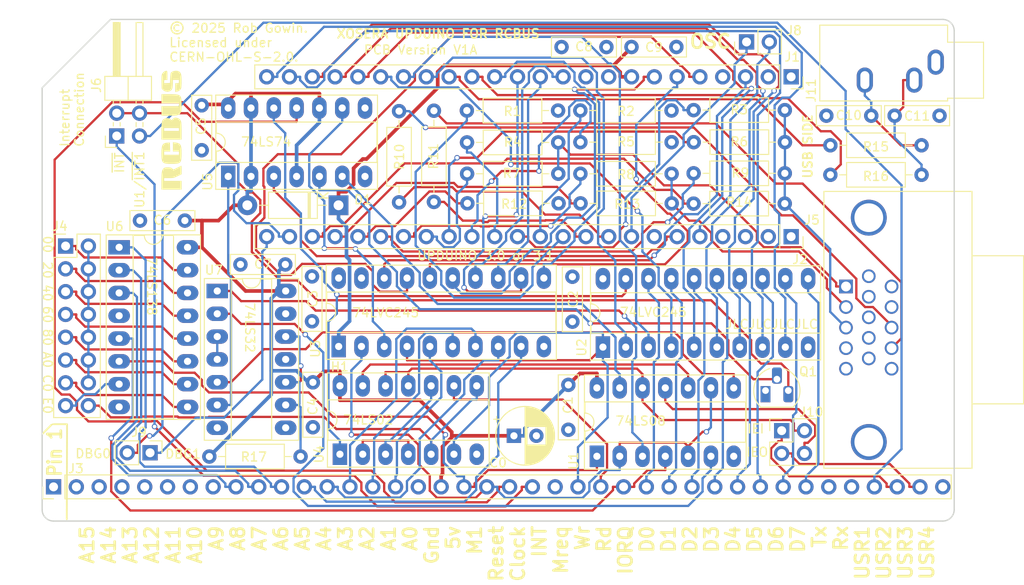
<source format=kicad_pcb>
(kicad_pcb (version 20240108) (generator "pcbnew") (generator_version "8.0")
  (title_block (title "XOSERA RCBUS") (date "2025-04-03") (rev "V1A"))
  (layers (0 "F.Cu" signal) (1 "In1.Cu" power "GND") (2 "In2.Cu" power "PWR") (31 "B.Cu" signal) (34 "B.Paste" user) (35 "F.Paste" user) (36 "B.SilkS" user "B.Silkscreen") (37 "F.SilkS" user "F.Silkscreen") (38 "B.Mask" user) (39 "F.Mask" user) (44 "Edge.Cuts" user))
  (net 0 "")
  (net 1 "GND")
  (net 2 "+5V")
  (net 3 "/D0")
  (net 4 "/D1")
  (net 5 "/D2")
  (net 6 "/D3")
  (net 7 "/D4")
  (net 8 "/D5")
  (net 9 "/D6")
  (net 10 "/D7")
  (net 11 "+3V3")
  (net 12 "/VDD")
  (net 15 "/~{BUS_CS_N}")
  (net 16 "/BUS_RD_NWR")
  (net 17 "/BUS_BYTESEL")
  (net 18 "/BUS_REG_NUM0")
  (net 19 "/~{RESET_3V3}")
  (net 20 "/BUS_REG_NUM1")
  (net 21 "/BUS_REG_NUM2")
  (net 22 "/BUS_REG_NUM3")
  (net 23 "/AUDIO_L")
  (net 24 "/A7")
  (net 25 "/A6")
  (net 26 "/A5")
  (net 27 "/A4")
  (net 28 "/A3")
  (net 29 "/A2")
  (net 30 "/A1")
  (net 31 "/A0")
  (net 32 "/AUDIO_R")
  (net 33 "/BUS_DATA0")
  (net 34 "/BUS_DATA1")
  (net 35 "/BUS_DATA2")
  (net 36 "/VSYNC_3V3")
  (net 37 "/RED3_3V3")
  (net 38 "/RED2_3V3")
  (net 39 "/GRN3_3V3")
  (net 40 "/GRN2_3V3")
  (net 41 "/GRN1_3V3")
  (net 42 "/GRN0_3V3")
  (net 43 "/HSYNC_3V3")
  (net 44 "/BUS_DATA3")
  (net 45 "/BUS_DATA4")
  (net 46 "/BUS_DATA5")
  (net 47 "/BUS_DATA6")
  (net 48 "/BUS_DATA7")
  (net 50 "Net-(J2-Pin_5)")
  (net 52 "/RED1_3V3")
  (net 53 "/RED0_3V3")
  (net 56 "Net-(J2-Pin_8)")
  (net 57 "/INT_3V3")
  (net 58 "/BLU3_3V3")
  (net 59 "/BLU2_3V3")
  (net 60 "/BLU1_3V3")
  (net 61 "/BLU0_3V3")
  (net 70 "/~{M1}")
  (net 71 "/~{RESET}")
  (net 72 "/CLK")
  (net 73 "/~{INT}")
  (net 75 "/~{WR}")
  (net 76 "/~{RD}")
  (net 77 "/~{IORQ}")
  (net 80 "/~{EFPGACS}")
  (net 81 "/RED")
  (net 82 "/GREEN")
  (net 83 "/BLUE")
  (net 88 "/HSYNC")
  (net 89 "/VSYNC")
  (net 91 "/INT_LATCHED")
  (net 92 "/DBG0")
  (net 93 "/DBG1")
  (net 94 "/~{FPGACS}")
  (net 95 "/~{INT_CLEAR}")
  (net 97 "/U1{slash}~{INT1}")
  (net 98 "/U2{slash}IEI")
  (net 99 "/U3{slash}IEO")
  (net 101 "/~{INT_OC}")
  (net 102 "/IEI")
  (net 103 "/IEO")
  (net 104 "/~{ADDR_MATCH}")
  (net 105 "Net-(U4-Pad2)")
  (net 106 "Net-(U4-Pad10)")
  (net 107 "Net-(C10-Pad1)")
  (net 108 "/~{IEI}")
  (net 109 "/~{INT_LATCHED}")
  (net 110 "Net-(C11-Pad1)")
  (net 111 "Net-(U1-Pad3)")
  (net 112 "Net-(U1-Pad6)")
  (net 113 "Net-(U1-Pad8)")
  (net 114 "Net-(U7-Pad3)")
  (net 117 "Net-(R17-Pad2)")
  (net 118 "/S00")
  (net 119 "/S20")
  (net 120 "/S40")
  (net 121 "/S60")
  (net 122 "/S80")
  (net 123 "/SA0")
  (net 124 "/SC0")
  (net 125 "/SE0")
  (footprint "Connector_PinHeader_2.54mm:PinHeader_1x40_P2.54mm_Vertical" (layer "F.Cu") (at 155.1686 149.5552 90)
    (property "Reference" "J3")
    (property "Value" "Conn_01x40_Pin")
  )
  (footprint "Connector_PinHeader_2.54mm:PinHeader_2x08_P2.54mm_Vertical" (layer "F.Cu") (at 156.511 122.729)
    (property "Reference" "J4")
    (property "Value" "Conn_02x08_Odd_Even")
  )
  (footprint "Capacitor_THT:CP_Radial_D6.3mm_P2.50mm" (layer "F.Cu") (at 206.4552 143.868)
    (property "Reference" "C0")
    (property "Value" "47uF")
  )
  (footprint "Resistor_THT:R_Axial_DIN0207_L6.3mm_D2.5mm_P10.16mm_Horizontal" (layer "F.Cu") (at 241.703 114.795)
    (property "Reference" "R16")
    (property "Value" "3300")
  )
  (footprint "Connector_PinHeader_2.54mm:PinHeader_2x02_P2.54mm_Horizontal" (layer "F.Cu") (at 162.2086 110.4706 90)
    (property "Reference" "J6")
    (property "Value" "Conn_02x02_Odd_Even")
  )
  (footprint "Package_DIP:DIP-14_W7.62mm_Socket_LongPads" (layer "F.Cu") (at 174.625 114.975 90)
    (property "Reference" "U5")
    (property "Value" "74LS74")
  )
  (footprint "Capacitor_THT:C_Rect_L7.0mm_W2.0mm_P5.00mm" (layer "F.Cu") (at 183.958 126.113 -90)
    (property "Reference" "C3")
    (property "Value" "0.1uF")
  )
  (footprint "Capacitor_THT:C_Rect_L7.0mm_W2.0mm_P5.00mm" (layer "F.Cu") (at 171.6722 107.0554 -90)
    (property "Reference" "C5")
    (property "Value" "0.1uF")
  )
  (footprint "Resistor_THT:R_Axial_DIN0207_L6.3mm_D2.5mm_P10.16mm_Horizontal" (layer "F.Cu") (at 211.3696 107.637 180)
    (property "Reference" "R1")
    (property "Value" "470")
  )
  (footprint "Package_DIP:DIP-14_W7.62mm_Socket_LongPads" (layer "F.Cu") (at 173.406 127.736)
    (property "Reference" "U7")
    (property "Value" "74LS32")
  )
  (footprint "Connector_Audio:Jack_3.5mm_CUI_SJ1-3533NG_Horizontal" (layer "F.Cu") (at 253.445 102.245 -90)
    (property "Reference" "J11")
    (property "Value" "AudioJack3")
  )
  (footprint "Package_DIP:DIP-14_W7.62mm_Socket_LongPads" (layer "F.Cu") (at 215.697 146.151 90)
    (property "Reference" "U1")
    (property "Value" "74LS08")
  )
  (footprint "Package_DIP:DIP-16_W7.62mm_Socket_LongPads" (layer "F.Cu") (at 162.475 122.874)
    (property "Reference" "U6")
    (property "Value" "74LS138")
  )
  (footprint "Capacitor_THT:C_Rect_L7.0mm_W2.0mm_P5.00mm" (layer "F.Cu") (at 212.5174 138.1964 -90)
    (property "Reference" "C1")
    (property "Value" "0.1uF")
  )
  (footprint "Diode_THT:D_DO-41_SOD81_P10.16mm_Horizontal" (layer "F.Cu") (at 186.9151 118.1877 180)
    (property "Reference" "D1")
    (property "Value" "1N5817")
  )
  (footprint "Capacitor_THT:C_Rect_L7.0mm_W2.0mm_P5.00mm" (layer "F.Cu") (at 216.757 100.561 180)
    (property "Reference" "C8")
    (property "Value" "0.1uF")
  )
  (footprint "Package_DIP:DIP-20_W7.62mm_Socket_LongPads" (layer "F.Cu") (at 216.3668 133.989 90)
    (property "Reference" "U2")
    (property "Value" "SN74LVC245")
  )
  (footprint "Capacitor_THT:C_Rect_L7.0mm_W2.0mm_P5.00mm" (layer "F.Cu") (at 246.258 108.209 180)
    (property "Reference" "C10")
    (property "Value" "4700pF")
  )
  (footprint "Resistor_THT:R_Axial_DIN0207_L6.3mm_D2.5mm_P10.16mm_Horizontal" (layer "F.Cu") (at 236.6242 118.004 180)
    (property "Reference" "R14")
    (property "Value" "4.7K")
  )
  (footprint "Package_TO_SOT_THT:TO-92_HandSolder" (layer "F.Cu") (at 234.48 138.831)
    (property "Reference" "Q1")
    (property "Value" "2N7000")
  )
  (footprint "Resistor_THT:R_Axial_DIN0207_L6.3mm_D2.5mm_P10.16mm_Horizontal" (layer "F.Cu") (at 211.3862 111.1866 180)
    (property "Reference" "R4")
    (property "Value" "1K")
  )
  (footprint "Capacitor_THT:C_Rect_L7.0mm_W2.0mm_P5.00mm" (layer "F.Cu") (at 180.988 124.782 180)
    (property "Reference" "C7")
    (property "Value" "0.1uF")
  )
  (footprint "Connector_PinSocket_2.54mm:PinSocket_1x24_P2.54mm_Vertical" (layer "F.Cu") (at 237.3332 121.6812 -90)
    (property "Reference" "J2")
    (property "Value" "Conn_01x24_Socket")
  )
  (footprint "Resistor_THT:R_Axial_DIN0207_L6.3mm_D2.5mm_P10.16mm_Horizontal" (layer "F.Cu") (at 236.632 107.588 180)
    (property "Reference" "R3")
    (property "Value" "470")
  )
  (footprint "Resistor_THT:R_Axial_DIN0207_L6.3mm_D2.5mm_P10.16mm_Horizontal" (layer "F.Cu") (at 224.033 117.9794 180)
    (property "Reference" "R13")
    (property "Value" "4.7K")
  )
  (footprint "Capacitor_THT:C_Rect_L7.0mm_W2.0mm_P5.00mm" (layer "F.Cu") (at 219.551 100.555)
    (property "Reference" "C9")
    (property "Value" "0.1uF")
  )
  (footprint "Resistor_THT:R_Axial_DIN0207_L6.3mm_D2.5mm_P10.16mm_Horizontal" (layer "F.Cu") (at 224.02 114.6788 180)
    (property "Reference" "R8")
    (property "Value" "2.2K")
  )
  (footprint "Package_DIP:DIP-14_W7.62mm_Socket_LongPads" (layer "F.Cu") (at 187.0704 145.9228 90)
    (property "Reference" "U4")
    (property "Value" "74LS02")
  )
  (footprint "DSUB-15:DSUB-15-Female_Right_Angle_VGA" (layer "F.Cu") (at 245.985 144.56 90)
    (property "Reference" "J5")
    (property "Value" "DE15_Receptacle_HighDensity_MountingHoles")
  )
  (footprint "Resistor_THT:R_Axial_DIN0207_L6.3mm_D2.5mm_P10.16mm_Horizontal" (layer "F.Cu") (at 172.525 146.178)
    (property "Reference" "R17")
    (property "Value" "4700")
  )
  (footprint "RCBUS_LOGO:RCBUS" (layer "F.Cu") (at 168.3116 109.593 90)
    (property "Reference" "G***")
    (property "Value" "LOGO" (hide yes))
  )
  (footprint "Resistor_THT:R_Axial_DIN0207_L6.3mm_D2.5mm_P10.16mm_Horizontal" (layer "F.Cu") (at 224.018 111.1564 180)
    (property "Reference" "R5")
    (property "Value" "1K")
  )
  (footprint "Connector_PinSocket_2.54mm:PinSocket_1x24_P2.54mm_Vertical" (layer "F.Cu") (at 237.3332 103.8812 -90)
    (property "Reference" "J1")
    (property "Value" "Conn_01x24_Socket")
  )
  (footprint "Resistor_THT:R_Axial_DIN0207_L6.3mm_D2.5mm_P10.16mm_Horizontal" (layer "F.Cu") (at 211.428 117.9728 180)
    (property "Reference" "R12")
    (property "Value" "4.7K")
  )
  (footprint "Capacitor_THT:C_Rect_L7.0mm_W2.0mm_P5.00mm" (layer "F.Cu") (at 212.9682 126.1512 -90)
    (property "Reference" "C2")
    (property "Value" "0.1uF")
  )
  (footprint "Capacitor_THT:C_Rect_L7.0mm_W2.0mm_P5.00mm" (layer "F.Cu") (at 169.797 119.894 180)
    (property "Reference" "C6")
    (property "Value" "0.1uF")
  )
  (footprint "Resistor_THT:R_Axial_DIN0207_L6.3mm_D2.5mm_P10.16mm_Horizontal" (layer "F.Cu") (at 236.6456 111.157 180)
    (property "Reference" "R6")
    (property "Value" "1K")
  )
  (footprint "MountingHole:MountingHole_3.2mm_M3_ISO7380" (layer "F.Cu") (at 158.9786 117.8052)
    (property "Reference" "H1")
    (property "Value" "MountingHole")
  )
  (footprint "Connector_PinHeader_2.54mm:PinHeader_1x02_P2.54mm_Vertical" (layer "F.Cu") (at 232.3676 99.994 90)
    (property "Reference" "J8")
    (property "Value" "Conn_01x02")
  )
  (footprint "Connector_PinHeader_2.54mm:PinHeader_1x02_P2.54mm_Vertical" (layer "F.Cu") (at 165.92 145.7604 -90)
    (property "Reference" "J9")
    (property "Value" "Conn_01x02")
  )
  (footprint "Connector_PinHeader_2.54mm:PinHeader_2x02_P2.54mm_Vertical" (layer "F.Cu") (at 236.281 143.293)
    (property "Reference" "J10")
    (property "Value" "Conn_02x02_Odd_Even")
  )
  (footprint "Resistor_THT:R_Axial_DIN0207_L6.3mm_D2.5mm_P10.16mm_Horizontal" (layer "F.Cu") (at 211.3964 114.674 180)
    (property "Reference" "R7")
    (property "Value" "2.2K")
  )
  (footprint "Package_DIP:DIP-20_W7.62mm_Socket_LongPads" (layer "F.Cu") (at 186.929 133.918 90)
    (property "Reference" "U3")
    (property "Value" "SN74LVC245")
  )
  (footprint "Capacitor_THT:C_Rect_L7.0mm_W2.0mm_P5.00mm" (layer "F.Cu") (at 184.059 137.9132 -90)
    (property "Reference" "C4")
    (property "Value" "0.1uF")
  )
  (footprint "Resistor_THT:R_Axial_DIN0207_L6.3mm_D2.5mm_P10.16mm_Horizontal" (layer "F.Cu") (at 224.0092 107.6322 180)
    (property "Reference" "R2")
    (property "Value" "470")
  )
  (footprint "Resistor_THT:R_Axial_DIN0207_L6.3mm_D2.5mm_P10.16mm_Horizontal" (layer "F.Cu") (at 197.5414 107.6544 -90)
    (property "Reference" "R11")
    (property "Value" "47")
  )
  (footprint "Resistor_THT:R_Axial_DIN0207_L6.3mm_D2.5mm_P10.16mm_Horizontal" (layer "F.Cu") (at 236.6304 114.6282 180)
    (property "Reference" "R9")
    (property "Value" "2.2K")
  )
  (footprint "Capacitor_THT:C_Rect_L7.0mm_W2.0mm_P5.00mm" (layer "F.Cu") (at 248.864 108.209)
    (property "Reference" "C11")
    (property "Value" "4700pF")
  )
  (footprint "Resistor_THT:R_Axial_DIN0207_L6.3mm_D2.5mm_P10.16mm_Horizontal" (layer "F.Cu") (at 241.703 111.507)
    (property "Reference" "R15")
    (property "Value" "3300")
  )
  (footprint "Resistor_THT:R_Axial_DIN0207_L6.3mm_D2.5mm_P10.16mm_Horizontal" (layer "F.Cu") (at 193.6582 117.862 90)
    (property "Reference" "R10")
    (property "Value" "47")
  )
  (gr_line (start 155.10562 142.57788) (end 156.67534 142.57788) (stroke (width 0.2)) (layer "F.SilkS"))
  (gr_line (start 156.67534 142.6972) (end 156.6418 153.162) (stroke (width 0.2)) (layer "F.SilkS"))
  (gr_line (start 154.94508 142.63878) (end 153.924 143.6624) (stroke (width 0.2)) (layer "F.SilkS"))
  (gr_line (start 153.8986 105.1052) (end 161.5186 97.4852) (stroke (width 0.15)) (layer "Edge.Cuts"))
  (gr_line (start 153.8986 105.1052) (end 153.8986 152.0952) (stroke (width 0.15)) (layer "Edge.Cuts"))
  (gr_line (start 254.2286 97.4852) (end 161.5186 97.4852) (stroke (width 0.15)) (layer "Edge.Cuts"))
  (gr_arc (start 255.4986 152.0952) (mid 255.126626 152.993226) (end 254.2286 153.3652) (stroke (width 0.15)) (layer "Edge.Cuts"))
  (gr_arc (start 254.2286 97.4852) (mid 255.126626 97.857174) (end 255.4986 98.7552) (stroke (width 0.15)) (layer "Edge.Cuts"))
  (gr_arc (start 155.1686 153.3652) (mid 154.270574 152.993226) (end 153.8986 152.0952) (stroke (width 0.15)) (layer "Edge.Cuts"))
  (gr_line (start 255.4986 98.7552) (end 255.4986 152.0952) (stroke (width 0.15)) (layer "Edge.Cuts"))
  (gr_line (start 155.1686 153.3652) (end 254.2286 153.3652) (stroke (width 0.15)) (layer "Edge.Cuts"))
  (gr_text "Pin 1" (at 155.30068 145.71218 90) (layer "F.SilkS") (effects (font (size 1.5 1.3) (thickness 0.3))))
  (gr_text "UPDUINO 3.0 or 3.1" (at 195.5896 124.3934 0) (layer "F.SilkS") (effects (font (size 1 1)) (justify left bottom)))
  (gr_text "80" (at 153.911 131.8514 270) (layer "F.SilkS") (effects (font (size 1 1)) (justify left bottom)))
  (gr_text "DBG0" (at 157.5048 146.439 0) (layer "F.SilkS") (effects (font (size 1 1)) (justify left bottom)))
  (gr_text "74LS32" (at 176.446 128.932 270) (layer "F.SilkS") (effects (font (size 1 1)) (justify left bottom)))
  (gr_text "DBG1" (at 167.5144 146.4778 0) (layer "F.SilkS") (effects (font (size 1 1)) (justify left bottom)))
  (gr_text "A0" (at 153.911 134.3914 270) (layer "F.SilkS") (effects (font (size 1 1)) (justify left bottom)))
  (gr_text "20" (at 153.911 124.3584 -90) (layer "F.SilkS") (effects (font (size 1 1)) (justify left bottom)))
  (gr_text "E0" (at 153.911 139.4714 270) (layer "F.SilkS") (effects (font (size 1 1)) (justify left bottom)))
  (gr_text "U1/~{INT1}" (at 165.3486 118.5902 90) (layer "F.SilkS") (effects (font (size 1 1)) (justify left bottom)))
  (gr_text "74LS08" (at 217.693 142.797 0) (layer "F.SilkS") (effects (font (size 1 1)) (justify left bottom)))
  (gr_text "XOSERA UPDUINO FOR RCBUS" (at 186.5996 99.6692 0) (layer "F.SilkS") (effects (font (size 1 1) (thickness 0.2) (bold yes)) (justify left bottom)))
  (gr_text "00" (at 155.181 123.5964 90) (layer "F.SilkS") (effects (font (size 1 1)) (justify left bottom)))
  (gr_text "USB SIDE" (at 239.7716 115.3102 90) (layer "F.SilkS") (effects (font (size 1 1) (thickness 0.2) (bold yes)) (justify left bottom)))
  (gr_text "~{INT}" (at 163.1098 114.694 90) (layer "F.SilkS") (effects (font (size 1 1)) (justify left bottom)))
  (gr_text "40" (at 153.911 126.8984 270) (layer "F.SilkS") (effects (font (size 1 1)) (justify left bottom)))
  (gr_text "74LS138" (at 165.524 123.852 -90) (layer "F.SilkS") (effects (font (size 1 1)) (justify left bottom)))
  (gr_text "IEI" (at 232.366 143.673 0) (layer "F.SilkS") (effects (font (size 1 1)) (justify left bottom)))
  (gr_text "Interrupt\nConnection" (at 158.6286 111.7606 90) (layer "F.SilkS") (effects (font (size 1 1)) (justify left bottom)))
  (gr_text "74LS74" (at 175.9696 111.7062 0) (layer "F.SilkS") (effects (font (size 1 1)) (justify left bottom)))
  (gr_text "C0" (at 153.911 136.9314 270) (layer "F.SilkS") (effects (font (size 1 1)) (justify left bottom)))
  (gr_text "74LVC245" (at 218.1676 130.6822 0) (layer "F.SilkS") (effects (font (size 1 1)) (justify left bottom)))
  (gr_text "60" (at 153.911 129.3114 270) (layer "F.SilkS") (effects (font (size 1 1)) (justify left bottom)))
  (gr_text "© 2025 Rob Gowin.\nLicensed under \nCERN-OHL-S-2.0. " (at 167.971531 102.258964 0) (layer "F.SilkS") (effects (font (size 1 1)) (justify left bottom)))
  (gr_text "74LVC245" (at 188.3596 130.7402 0) (layer "F.SilkS") (effects (font (size 1 1)) (justify left bottom)))
  (gr_text "74LS02" (at 187.3436 142.6782 0) (layer "F.SilkS") (effects (font (size 1 1)) (justify left bottom)))
  (gr_text "PCB Version V1A" (at 189.6506 101.4592 0) (layer "F.SilkS") (effects (font (size 1 1)) (justify left bottom)))
  (gr_text "IEO" (at 232.241 146.273 0) (layer "F.SilkS") (effects (font (size 1 1)) (justify left bottom)))
  (gr_text "A15\nA14\nA13\nA12\nA11\nA10\nA9\nA8\nA7\nA6\nA5\nA4\nA3\nA2\nA1\nA0\nGnd\n5v\nM1\nReset\nClock\nINT\nMreq\nWr\nRd\nIORQ\nD0\nD1\nD2\nD3\nD4\nD5\nD6\nD7\nTx\nRx\nUSR1\nUSR2\nUSR3\nUSR4" (at 205.6862 153.7323 90) (layer "F.SilkS") (effects (font (size 1.49 1.5) (thickness 0.3)) (justify right)))
  (gr_text "JLCJLCJLCJLC" (at 229.9288 132.0296 0) (layer "F.SilkS") (effects (font (size 1 1)) (justify left bottom)))
  (gr_text "OSC" (at 225.8806 100.8252 0) (layer "F.SilkS") (effects (font (size 1.5 1.5) (thickness 0.3) (bold yes)) (justify left bottom)))
  (segment (start 174.625 106.5516) (end 175.4283 105.7483) (width 0.4064) (layer "F.Cu") (net 2))
  (segment (start 212.5174 138.1964) (end 213.7895 136.9243) (width 0.4064) (layer "F.Cu") (net 2))
  (segment (start 177.165 107.355) (end 177.165 105.7483) (width 0.4064) (layer "F.Cu") (net 2))
  (segment (start 199.5282 144.0453) (end 199.5282 143.868) (width 0.4064) (layer "F.Cu") (net 2))
  (segment (start 171.7017 122.874) (end 176.5637 127.736) (width 0.4064) (layer "F.Cu") (net 2))
  (segment (start 213.7895 136.9243) (end 215.697 136.9243) (width 0.4064) (layer "F.Cu") (net 2))
  (segment (start 174.625 107.355) (end 174.625 106.9533) (width 0.4064) (layer "F.Cu") (net 2))
  (segment (start 174.625 106.9533) (end 174.625 106.5516) (width 0.4064) (layer "F.Cu") (net 2))
  (segment (start 185.2761 136.6961) (end 187.0704 136.6961) (width 0.4064) (layer "F.Cu") (net 2))
  (segment (start 176.5637 127.736) (end 181.026 127.736) (width 0.4064) (layer "F.Cu") (net 2))
  (segment (start 184.785 107.355) (end 184.785 105.7483) (width 0.4064) (layer "F.Cu") (net 2))
  (segment (start 199.5282 143.4534) (end 195.9843 139.9095) (width 0.4064) (layer "F.Cu") (net 2))
  (segment (start 170.095 122.874) (end 171.7017 122.874) (width 0.4064) (layer "F.Cu") (net 2))
  (segment (start 169.797 119.894) (end 171.7017 119.894) (width 0.4064) (layer "F.Cu") (net 2))
  (segment (start 206.4552 143.868) (end 205.2485 143.868) (width 0.4064) (layer "F.Cu") (net 2))
  (segment (start 187.0704 138.3028) (end 187.0704 139.9095) (width 0.4064) (layer "F.Cu") (net 2))
  (segment (start 199.5282 143.868) (end 199.5282 143.4534) (width 0.4064) (layer "F.Cu") (net 2))
  (segment (start 173.5421 119.894) (end 175.2484 118.1877) (width 0.4064) (layer "F.Cu") (net 2))
  (segment (start 198.3486 149.5552) (end 198.3486 148.2985) (width 0.4064) (layer "F.Cu") (net 2))
  (segment (start 171.7017 119.894) (end 173.5421 119.894) (width 0.4064) (layer "F.Cu") (net 2))
  (segment (start 184.785 105.7483) (end 177.165 105.7483) (width 0.4064) (layer "F.Cu") (net 2))
  (segment (start 176.7551 118.1877) (end 175.2484 118.1877) (width 0.4064) (layer "F.Cu") (net 2))
  (segment (start 175.4283 105.7483) (end 177.165 105.7483) (width 0.4064) (layer "F.Cu") (net 2))
  (segment (start 198.3486 148.2985) (end 198.5004 148.1467) (width 0.4064) (layer "F.Cu") (net 2))
  (segment (start 195.9843 139.9095) (end 187.0704 139.9095) (width 0.4064) (layer "F.Cu") (net 2))
  (segment (start 184.059 137.9132) (end 185.2761 136.6961) (width 0.4064) (layer "F.Cu") (net 2))
  (segment (start 215.697 138.531) (end 215.697 136.9243) (width 0.4064) (layer "F.Cu") (net 2))
  (segment (start 198.5004 148.1467) (end 198.5004 145.0731) (width 0.4064) (layer "F.Cu") (net 2))
  (segment (start 187.0704 138.3028) (end 187.0704 136.6961) (width 0.4064) (layer "F.Cu") (net 2))
  (segment (start 198.5004 145.0731) (end 199.5282 144.0453) (width 0.4064) (layer "F.Cu") (net 2))
  (segment (start 171.7017 119.894) (end 171.7017 122.874) (width 0.4064) (layer "F.Cu") (net 2))
  (segment (start 174.625 106.9533) (end 171.7743 106.9533) (width 0.4064) (layer "F.Cu") (net 2))
  (segment (start 199.5282 143.868) (end 205.2485 143.868) (width 0.4064) (layer "F.Cu") (net 2))
  (segment (start 171.7743 106.9533) (end 171.6722 107.0554) (width 0.4064) (layer "F.Cu") (net 2))
  (segment (start 182.2498 136.626) (end 183.537 137.9132) (width 0.4064) (layer "B.Cu") (net 2))
  (segment (start 184.785 107.355) (end 184.785 108.9617) (width 0.4064) (layer "B.Cu") (net 2))
  (segment (start 184.785 108.9617) (end 182.245 111.5017) (width 0.4064) (layer "B.Cu") (net 2))
  (segment (start 179.4192 139.2838) (end 172.525 146.178) (width 0.4064) (layer "B.Cu") (net 2))
  (segment (start 179.4192 136.626) (end 179.4192 139.2838) (width 0.4064) (layer "B.Cu") (net 2))
  (segment (start 176.8544 116.5817) (end 177.165 116.5817) (width 0.4064) (layer "B.Cu") (net 2))
  (segment (start 181.026 127.736) (end 180.2613 127.736) (width 0.4064) (layer "B.Cu") (net 2))
  (segment (start 180.2613 127.736) (end 180.2613 125.5087) (width 0.4064) (layer "B.Cu") (net 2))
  (segment (start 177.165 107.355) (end 177.165 114.975) (width 0.4064) (layer "B.Cu") (net 2))
  (segment (start 182.245 111.5017) (end 182.245 114.975) (width 0.4064) (layer "B.Cu") (net 2))
  (segment (start 183.537 137.9132) (end 184.059 137.9132) (width 0.4064) (layer "B.Cu") (net 2))
  (segment (start 179.4192 136.626) (end 182.2498 136.626) (width 0.4064) (layer "B.Cu") (net 2))
  (segment (start 207.6619 143.0519) (end 212.5174 138.1964) (width 0.4064) (layer "B.Cu") (net 2))
  (segment (start 180.2613 125.5087) (end 180.988 124.782) (width 0.4064) (layer "B.Cu") (net 2))
  (segment (start 177.165 114.975) (end 177.165 116.5817) (width 0.4064) (layer "B.Cu") (net 2))
  (segment (start 176.7551 116.681) (end 176.8544 116.5817) (width 0.4064) (layer "B.Cu") (net 2))
  (segment (start 180.2613 127.736) (end 179.4192 128.5781) (width 0.4064) (layer "B.Cu") (net 2))
  (segment (start 179.4192 128.5781) (end 179.4192 136.626) (width 0.4064) (layer "B.Cu") (net 2))
  (segment (start 176.7551 118.1877) (end 176.7551 116.681) (width 0.4064) (layer "B.Cu") (net 2))
  (segment (start 206.4552 143.868) (end 207.6619 143.868) (width 0.4064) (layer "B.Cu") (net 2))
  (segment (start 207.6619 143.868) (end 207.6619 143.0519) (width 0.4064) (layer "B.Cu") (net 2))
  (segment (start 221.4468 126.369) (end 221.4468 127.8995) (width 0.254) (layer "B.Cu") (net 3))
  (segment (start 221.2086 149.5552) (end 221.2086 148.3747) (width 0.254) (layer "B.Cu") (net 3))
  (segment (start 221.4468 127.8995) (end 222.605 129.0577) (width 0.254) (layer "B.Cu") (net 3))
  (segment (start 222.605 135.101) (end 222.0433 135.6627) (width 0.254) (layer "B.Cu") (net 3))
  (segment (start 222.0433 135.6627) (end 222.0433 147.54) (width 0.254) (layer "B.Cu") (net 3))
  (segment (start 222.605 129.0577) (end 222.605 135.101) (width 0.254) (layer "B.Cu") (net 3))
  (segment (start 222.0433 147.54) (end 221.2086 148.3747) (width 0.254) (layer "B.Cu") (net 3))
  (segment (start 223.7486 149.5552) (end 223.7486 148.3747) (width 0.254) (layer "B.Cu") (net 4))
  (segment (start 224.5186 147.6047) (end 223.7486 148.3747) (width 0.254) (layer "B.Cu") (net 4))
  (segment (start 223.9868 127.8995) (end 225.1449 129.0576) (width 0.254) (layer "B.Cu") (net 4))
  (segment (start 224.5186 135.7274) (end 224.5186 147.6047) (width 0.254) (layer "B.Cu") (net 4))
  (segment (start 223.9868 126.369) (end 223.9868 127.8995) (width 0.254) (layer "B.Cu") (net 4))
  (segment (start 225.1449 135.1011) (end 224.5186 135.7274) (width 0.254) (layer "B.Cu") (net 4))
  (segment (start 225.1449 129.0576) (end 225.1449 135.1011) (width 0.254) (layer "B.Cu") (net 4))
  (segment (start 227.0116 137.713) (end 227.0116 147.6517) (width 0.254) (layer "B.Cu") (net 5))
  (segment (start 226.5268 127.8995) (end 227.6642 129.0369) (width 0.254) (layer "B.Cu") (net 5))
  (segment (start 226.5268 126.369) (end 226.5268 127.8995) (width 0.254) (layer "B.Cu") (net 5))
  (segment (start 226.2886 149.5552) (end 226.2886 148.3747) (width 0.254) (layer "B.Cu") (net 5))
  (segment (start 227.6642 129.0369) (end 227.6642 137.0604) (width 0.254) (layer "B.Cu") (net 5))
  (segment (start 227.0116 147.6517) (end 226.2886 148.3747) (width 0.254) (layer "B.Cu") (net 5))
  (segment (start 227.6642 137.0604) (end 227.0116 137.713) (width 0.254) (layer "B.Cu") (net 5))
  (segment (start 230.218 129.0507) (end 229.0668 127.8995) (width 0.254) (layer "B.Cu") (net 6))
  (segment (start 229.7257 135.6695) (end 230.218 135.1772) (width 0.254) (layer "B.Cu") (net 6))
  (segment (start 228.8286 148.3747) (end 229.7257 147.4776) (width 0.254) (layer "B.Cu") (net 6))
  (segment (start 229.7257 147.4776) (end 229.7257 135.6695) (width 0.254) (layer "B.Cu") (net 6))
  (segment (start 228.8286 149.5552) (end 228.8286 148.3747) (width 0.254) (layer "B.Cu") (net 6))
  (segment (start 230.218 135.1772) (end 230.218 129.0507) (width 0.254) (layer "B.Cu") (net 6))
  (segment (start 229.0668 126.369) (end 229.0668 127.8995) (width 0.254) (layer "B.Cu") (net 6))
  (segment (start 231.6068 126.369) (end 231.6068 127.8995) (width 0.254) (layer "B.Cu") (net 7))
  (segment (start 232.7385 129.0312) (end 231.6068 127.8995) (width 0.254) (layer "B.Cu") (net 7))
  (segment (start 232.7385 147.0048) (end 232.7385 129.0312) (width 0.254) (layer "B.Cu") (net 7))
  (segment (start 231.3686 149.5552) (end 231.3686 148.3747) (width 0.254) (layer "B.Cu") (net 7))
  (segment (start 231.3686 148.3747) (end 232.7385 147.0048) (width 0.254) (layer "B.Cu") (net 7))
  (segment (start 233.9086 149.5552) (end 233.9086 148.3747) (width 0.254) (layer "B.Cu") (net 8))
  (segment (start 233.5994 148.0655) (end 233.9086 148.3747) (width 0.254) (layer "B.Cu") (net 8))
  (segment (start 234.1468 126.369) (end 234.1468 127.8995) (width 0.254) (layer "B.Cu") (net 8))
  (segment (start 235.2983 129.051) (end 235.2983 135.0611) (width 0.254) (layer "B.Cu") (net 8))
  (segment (start 234.1468 127.8995) (end 235.2983 129.051) (width 0.254) (layer "B.Cu") (net 8))
  (segment (start 235.2983 135.0611) (end 233.5994 136.76) (width 0.254) (layer "B.Cu") (net 8))
  (segment (start 233.5994 136.76) (end 233.5994 148.0655) (width 0.254) (layer "B.Cu") (net 8))
  (segment (start 237.551 147.2723) (end 236.4486 148.3747) (width 0.254) (layer "B.Cu") (net 9))
  (segment (start 237.9061 141.2483) (end 237.551 141.6034) (width 0.254) (layer "B.Cu") (net 9))
  (segment (start 236.4486 149.5552) (end 236.4486 148.3747) (width 0.254) (layer "B.Cu") (net 9))
  (segment (start 236.6868 127.8995) (end 237.9061 129.1188) (width 0.254) (layer "B.Cu") (net 9))
  (segment (start 237.9061 129.1188) (end 237.9061 141.2483) (width 0.254) (layer "B.Cu") (net 9))
  (segment (start 237.551 141.6034) (end 237.551 147.2723) (width 0.254) (layer "B.Cu") (net 9))
  (segment (start 236.6868 126.369) (end 236.6868 127.8995) (width 0.254) (layer "B.Cu") (net 9))
  (segment (start 240.3667 146.9966) (end 238.9886 148.3747) (width 0.254) (layer "B.Cu") (net 10))
  (segment (start 239.2268 126.369) (end 239.2268 127.8995) (width 0.254) (layer "B.Cu") (net 10))
  (segment (start 238.9886 149.5552) (end 238.9886 148.3747) (width 0.254) (layer "B.Cu") (net 10))
  (segment (start 240.3667 129.0394) (end 240.3667 146.9966) (width 0.254) (layer "B.Cu") (net 10))
  (segment (start 239.2268 127.8995) (end 240.3667 129.0394) (width 0.254) (layer "B.Cu") (net 10))
  (segment (start 188.595 114.058) (end 189.6179 113.0351) (width 0.4064) (layer "F.Cu") (net 12))
  (segment (start 190.0359 113.0351) (end 197.9632 105.1078) (width 0.4064) (layer "F.Cu") (net 12))
  (segment (start 189.6179 113.0351) (end 190.0359 113.0351) (width 0.4064) (layer "F.Cu") (net 12))
  (segment (start 186.9151 116.681) (end 187.7626 116.681) (width 0.4064) (layer "F.Cu") (net 12))
  (segment (start 217.5473 102.6112) (end 218.2965 103.3604) (width 0.4064) (layer "F.Cu") (net 12))
  (segment (start 186.9151 118.1877) (end 186.9151 116.681) (width 0.4064) (layer "F.Cu") (net 12))
  (segment (start 197.9632 105.1078) (end 197.9632 103.3229) (width 0.4064) (layer "F.Cu") (net 12))
  (segment (start 188.595 115.8486) (end 188.595 114.058) (width 0.4064) (layer "F.Cu") (net 12))
  (segment (start 198.6749 102.6112) (end 217.5473 102.6112) (width 0.4064) (layer "F.Cu") (net 12))
  (segment (start 219.551 100.555) (end 219.551 100.6075) (width 0.4064) (layer "F.Cu") (net 12))
  (segment (start 219.551 100.6075) (end 217.5473 102.6112) (width 0.4064) (layer "F.Cu") (net 12))
  (segment (start 219.5532 103.8812) (end 218.2965 103.8812) (width 0.4064) (layer "F.Cu") (net 12))
  (segment (start 187.7626 116.681) (end 188.595 115.8486) (width 0.4064) (layer "F.Cu") (net 12))
  (segment (start 218.2965 103.3604) (end 218.2965 103.8812) (width 0.4064) (layer "F.Cu") (net 12))
  (segment (start 197.9632 103.3229) (end 198.6749 102.6112) (width 0.4064) (layer "F.Cu") (net 12))
  (segment (start 186.9151 118.1877) (end 186.9151 119.6944) (width 0.4064) (layer "B.Cu") (net 12))
  (segment (start 187.8032 123.9322) (end 187.8032 120.5825) (width 0.4064) (layer "B.Cu") (net 12))
  (segment (start 187.8032 120.5825) (end 186.9151 119.6944) (width 0.4064) (layer "B.Cu") (net 12))
  (segment (start 186.929 133.918) (end 186.929 132.3113) (width 0.4064) (layer "B.Cu") (net 12))
  (segment (start 188.1445 131.0958) (end 188.1445 124.2735) (width 0.4064) (layer "B.Cu") (net 12))
  (segment (start 188.1445 124.2735) (end 187.8032 123.9322) (width 0.4064) (layer "B.Cu") (net 12))
  (segment (start 186.929 132.3113) (end 188.1445 131.0958) (width 0.4064) (layer "B.Cu") (net 12))
  (segment (start 178.6576 116.131) (end 178.5463 116.0197) (width 0.254) (layer "F.Cu") (net 15))
  (segment (start 221.763 99.4242) (end 224.9726 102.6338) (width 0.254) (layer "F.Cu") (net 15))
  (segment (start 182.8538 124.7196) (end 181.621 125.9524) (width 0.254) (layer "F.Cu") (net 15))
  (segment (start 225.9927 103.523) (end 225.9927 103.8812) (width 0.254) (layer "F.Cu") (net 15))
  (segment (start 177.7242 123.1827) (end 177.7242 120.5092) (width 0.254) (layer "F.Cu") (net 15))
  (segment (start 187.2027 112.5013) (end 195.4232 104.2808) (width 0.254) (layer "F.Cu") (net 15))
  (segment (start 191.5156 127.8285) (end 190.739 127.0519) (width 0.254) (layer "F.Cu") (net 15))
  (segment (start 190.739 127.0519) (end 190.739 125.5526) (width 0.254) (layer "F.Cu") (net 15))
  (segment (start 178.5463 116.0197) (end 178.5463 114.1031) (width 0.254) (layer "F.Cu") (net 15))
  (segment (start 180.1481 112.5013) (end 187.2027 112.5013) (width 0.254) (layer "F.Cu") (net 15))
  (segment (start 178.6576 119.5758) (end 178.6576 116.131) (width 0.254) (layer "F.Cu") (net 15))
  (segment (start 225.1035 102.6338) (end 225.9927 103.523) (width 0.254) (layer "F.Cu") (net 15))
  (segment (start 189.906 124.7196) (end 182.8538 124.7196) (width 0.254) (layer "F.Cu") (net 15))
  (segment (start 224.9726 102.6338) (end 225.1035 102.6338) (width 0.254) (layer "F.Cu") (net 15))
  (segment (start 194.549 126.298) (end 194.549 127.8285) (width 0.254) (layer "F.Cu") (net 15))
  (segment (start 180.4939 125.9524) (end 177.7242 123.1827) (width 0.254) (layer "F.Cu") (net 15))
  (segment (start 181.621 125.9524) (end 180.4939 125.9524) (width 0.254) (layer "F.Cu") (net 15))
  (segment (start 190.739 125.5526) (end 189.906 124.7196) (width 0.254) (layer "F.Cu") (net 15))
  (segment (start 195.4232 104.2808) (end 195.4232 103.413) (width 0.254) (layer "F.Cu") (net 15))
  (segment (start 194.549 127.8285) (end 191.5156 127.8285) (width 0.254) (layer "F.Cu") (net 15))
  (segment (start 199.412 99.4242) (end 221.763 99.4242) (width 0.254) (layer "F.Cu") (net 15))
  (segment (start 195.4232 103.413) (end 199.412 99.4242) (width 0.254) (layer "F.Cu") (net 15))
  (segment (start 177.7242 120.5092) (end 178.6576 119.5758) (width 0.254) (layer "F.Cu") (net 15))
  (segment (start 178.5463 114.1031) (end 180.1481 112.5013) (width 0.254) (layer "F.Cu") (net 15))
  (segment (start 227.1732 103.8812) (end 225.9927 103.8812) (width 0.254) (layer "F.Cu") (net 15))
  (segment (start 223.8481 119.1187) (end 223.5702 119.1187) (width 0.254) (layer "F.Cu") (net 16))
  (segment (start 225.8144 122.2347) (end 225.8144 121.085) (width 0.254) (layer "F.Cu") (net 16))
  (segment (start 197.089 126.298) (end 197.089 124.7675) (width 0.254) (layer "F.Cu") (net 16))
  (segment (start 223.5702 119.1187) (end 220.073 115.6215) (width 0.254) (layer "F.Cu") (net 16))
  (segment (start 225.8144 121.085) (end 223.8481 119.1187) (width 0.254) (layer "F.Cu") (net 16))
  (segment (start 223.2816 124.7675) (end 225.8144 122.2347) (width 0.254) (layer "F.Cu") (net 16))
  (segment (start 197.089 124.7675) (end 223.2816 124.7675) (width 0.254) (layer "F.Cu") (net 16))
  (segment (start 220.073 115.6215) (end 220.073 115.264) (width 0.254) (layer "F.Cu") (net 16))
  (via (at 220.073 115.264) (size 0.6) (drill 0.4) (layers "F.Cu" "B.Cu") (net 16))
  (segment (start 220.073 109.2409) (end 224.2522 105.0617) (width 0.254) (layer "B.Cu") (net 16))
  (segment (start 224.6332 103.8812) (end 224.6332 105.0617) (width 0.254) (layer "B.Cu") (net 16))
  (segment (start 224.2522 105.0617) (end 224.6332 105.0617) (width 0.254) (layer "B.Cu") (net 16))
  (segment (start 220.073 115.264) (end 220.073 109.2409) (width 0.254) (layer "B.Cu") (net 16))
  (segment (start 220.9127 103.8812) (end 220.9127 104.2481) (width 0.254) (layer "F.Cu") (net 17))
  (segment (start 220.9127 104.2481) (end 219.8852 105.2756) (width 0.254) (layer "F.Cu") (net 17))
  (segment (start 219.8852 105.2756) (end 213.212 105.2756) (width 0.254) (layer "F.Cu") (net 17))
  (segment (start 222.0932 103.8812) (end 220.9127 103.8812) (width 0.254) (layer "F.Cu") (net 17))
  (via (at 213.212 105.2756) (size 0.6) (drill 0.4) (layers "F.Cu" "B.Cu") (net 17))
  (segment (start 210.5738 122.2188) (end 210.5738 121.3648) (width 0.254) (layer "B.Cu") (net 17))
  (segment (start 212.3703 119.5683) (end 213.944 119.5683) (width 0.254) (layer "B.Cu") (net 17))
  (segment (start 199.629 126.298) (end 199.629 127.0248) (width 0.254) (layer "B.Cu") (net 17))
  (segment (start 214.2636 105.7126) (end 213.649 105.7126) (width 0.254) (layer "B.Cu") (net 17))
  (segment (start 213.944 119.5683) (end 215.4762 118.0361) (width 0.254) (layer "B.Cu") (net 17))
  (segment (start 213.649 105.7126) (end 213.212 105.2756) (width 0.254) (layer "B.Cu") (net 17))
  (segment (start 215.4762 106.9252) (end 214.2636 105.7126) (width 0.254) (layer "B.Cu") (net 17))
  (segment (start 210.5738 121.3648) (end 212.3703 119.5683) (width 0.254) (layer "B.Cu") (net 17))
  (segment (start 205.0391 128.0079) (end 205.979 127.068) (width 0.254) (layer "B.Cu") (net 17))
  (segment (start 215.4762 118.0361) (end 215.4762 106.9252) (width 0.254) (layer "B.Cu") (net 17))
  (segment (start 209.7097 123.0829) (end 210.5738 122.2188) (width 0.254) (layer "B.Cu") (net 17))
  (segment (start 205.979 127.068) (end 205.979 125.5645) (width 0.254) (layer "B.Cu") (net 17))
  (segment (start 200.6121 128.0079) (end 205.0391 128.0079) (width 0.254) (layer "B.Cu") (net 17))
  (segment (start 208.4606 123.0829) (end 209.7097 123.0829) (width 0.254) (layer "B.Cu") (net 17))
  (segment (start 205.979 125.5645) (end 208.4606 123.0829) (width 0.254) (layer "B.Cu") (net 17))
  (segment (start 199.629 127.0248) (end 200.6121 128.0079) (width 0.254) (layer "B.Cu") (net 17))
  (segment (start 202.9342 124.7675) (end 205.5832 122.1185) (width 0.254) (layer "B.Cu") (net 18))
  (segment (start 208.1232 103.3987) (end 208.8603 102.6616) (width 0.254) (layer "B.Cu") (net 18))
  (segment (start 205.5832 122.1185) (end 205.5832 121.2787) (width 0.254) (layer "B.Cu") (net 18))
  (segment (start 208.1232 104.5146) (end 208.1232 103.3987) (width 0.254) (layer "B.Cu") (net 18))
  (segment (start 205.5832 121.2787) (end 207.377 119.4849) (width 0.254) (layer "B.Cu") (net 18))
  (segment (start 208.8603 102.6616) (end 209.9 102.6616) (width 0.254) (layer "B.Cu") (net 18))
  (segment (start 207.377 105.2608) (end 208.1232 104.5146) (width 0.254) (layer "B.Cu") (net 18))
  (segment (start 209.9 102.6616) (end 210.7527 103.5143) (width 0.254) (layer "B.Cu") (net 18))
  (segment (start 207.377 119.4849) (end 207.377 105.2608) (width 0.254) (layer "B.Cu") (net 18))
  (segment (start 210.7527 103.5143) (end 210.7527 103.8812) (width 0.254) (layer "B.Cu") (net 18))
  (segment (start 211.9332 103.8812) (end 210.7527 103.8812) (width 0.254) (layer "B.Cu") (net 18))
  (segment (start 202.169 126.298) (end 202.169 124.7675) (width 0.254) (layer "B.Cu") (net 18))
  (segment (start 202.169 124.7675) (end 202.9342 124.7675) (width 0.254) (layer "B.Cu") (net 18))
  (segment (start 192.009 124.7675) (end 192.4666 124.3099) (width 0.254) (layer "F.Cu") (net 19))
  (segment (start 221.5443 124.3099) (end 222.0894 123.7648) (width 0.254) (layer "F.Cu") (net 19))
  (segment (start 192.4666 124.3099) (end 221.5443 124.3099) (width 0.254) (layer "F.Cu") (net 19))
  (segment (start 192.009 126.298) (end 192.009 124.7675) (width 0.254) (layer "F.Cu") (net 19))
  (via (at 222.0894 123.7648) (size 0.6) (drill 0.4) (layers "F.Cu" "B.Cu") (net 19))
  (segment (start 229.0758 117.0475) (end 226.9423 119.181) (width 0.254) (layer "B.Cu") (net 19))
  (segment (start 229.0758 108.2391) (end 229.0758 117.0475) (width 0.254) (layer "B.Cu") (net 19))
  (segment (start 223.2738 121.356) (end 223.2738 122.5804) (width 0.254) (layer "B.Cu") (net 19))
  (segment (start 225.4488 119.181) (end 223.2738 121.356) (width 0.254) (layer "B.Cu") (net 19))
  (segment (start 223.2738 122.5804) (end 222.0894 123.7648) (width 0.254) (layer "B.Cu") (net 19))
  (segment (start 226.9423 119.181) (end 225.4488 119.181) (width 0.254) (layer "B.Cu") (net 19))
  (segment (start 232.2532 103.8812) (end 232.2532 105.0617) (width 0.254) (layer "B.Cu") (net 19))
  (segment (start 232.2532 105.0617) (end 229.0758 108.2391) (width 0.254) (layer "B.Cu") (net 19))
  (segment (start 208.0337 122.208) (end 205.4742 124.7675) (width 0.254) (layer "B.Cu") (net 20))
  (segment (start 209.3932 103.8812) (end 209.3932 105.0617) (width 0.254) (layer "B.Cu") (net 20))
  (segment (start 208.0337 106.4212) (end 208.0337 122.208) (width 0.254) (layer "B.Cu") (net 20))
  (segment (start 204.709 126.298) (end 204.709 124.7675) (width 0.254) (layer "B.Cu") (net 20))
  (segment (start 205.4742 124.7675) (end 204.709 124.7675) (width 0.254) (layer "B.Cu") (net 20))
  (segment (start 209.3932 105.0617) (end 208.0337 106.4212) (width 0.254) (layer "B.Cu") (net 20))
  (segment (start 206.5448 119.4125) (end 203.2729 119.4125) (width 0.254) (layer "F.Cu") (net 21))
  (segment (start 207.249 127.8285) (end 201.375 127.8285) (width 0.254) (layer "F.Cu") (net 21))
  (segment (start 201.375 127.8285) (end 200.899 127.3525) (width 0.254) (layer "F.Cu") (net 21))
  (segment (start 207.249 126.298) (end 207.249 127.8285) (width 0.254) (layer "F.Cu") (net 21))
  (segment (start 206.7339 119.2234) (end 206.5448 119.4125) (width 0.254) (layer "F.Cu") (net 21))
  (via (at 200.899 127.3525) (size 0.6) (drill 0.4) (layers "F.Cu" "B.Cu") (net 21))
  (via (at 206.7339 119.2234) (size 0.6) (drill 0.4) (layers "F.Cu" "B.Cu") (net 21))
  (via (at 203.2729 119.4125) (size 0.6) (drill 0.4) (layers "F.Cu" "B.Cu") (net 21))
  (segment (start 203.0432 119.6422) (end 203.2729 119.4125) (width 0.254) (layer "B.Cu") (net 21))
  (segment (start 206.8532 103.8812) (end 206.8532 105.0617) (width 0.254) (layer "B.Cu") (net 21))
  (segment (start 203.0432 123.2177) (end 203.0432 119.6422) (width 0.254) (layer "B.Cu") (net 21))
  (segment (start 200.899 127.3525) (end 200.899 125.3619) (width 0.254) (layer "B.Cu") (net 21))
  (segment (start 200.899 125.3619) (end 203.0432 123.2177) (width 0.254) (layer "B.Cu") (net 21))
  (segment (start 206.7339 119.2234) (end 206.8532 119.1041) (width 0.254) (layer "B.Cu") (net 21))
  (segment (start 206.8532 119.1041) (end 206.8532 105.0617) (width 0.254) (layer "B.Cu") (net 21))
  (segment (start 210.5542 124.7675) (end 213.2032 122.1185) (width 0.254) (layer "B.Cu") (net 22))
  (segment (start 214.2911 105.0932) (end 213.9677 105.0932) (width 0.254) (layer "B.Cu") (net 22))
  (segment (start 213.2032 121.1847) (end 215.947 118.4409) (width 0.254) (layer "B.Cu") (net 22))
  (segment (start 215.947 106.7491) (end 214.2911 105.0932) (width 0.254) (layer "B.Cu") (net 22))
  (segment (start 204.3132 103.8812) (end 205.4937 103.8812) (width 0.254) (layer "B.Cu") (net 22))
  (segment (start 215.947 118.4409) (end 215.947 106.7491) (width 0.254) (layer "B.Cu") (net 22))
  (segment (start 213.2032 122.1185) (end 213.2032 121.1847) (width 0.254) (layer "B.Cu") (net 22))
  (segment (start 211.9952 102.204) (end 206.804 102.204) (width 0.254) (layer "B.Cu") (net 22))
  (segment (start 213.9677 105.0932) (end 213.2032 104.3287) (width 0.254) (layer "B.Cu") (net 22))
  (segment (start 206.804 102.204) (end 205.4937 103.5143) (width 0.254) (layer "B.Cu") (net 22))
  (segment (start 213.2032 104.3287) (end 213.2032 103.412) (width 0.254) (layer "B.Cu") (net 22))
  (segment (start 209.789 126.298) (end 209.789 124.7675) (width 0.254) (layer "B.Cu") (net 22))
  (segment (start 213.2032 103.412) (end 211.9952 102.204) (width 0.254) (layer "B.Cu") (net 22))
  (segment (start 205.4937 103.5143) (end 205.4937 103.8812) (width 0.254) (layer "B.Cu") (net 22))
  (segment (start 209.789 124.7675) (end 210.5542 124.7675) (width 0.254) (layer "B.Cu") (net 22))
  (segment (start 202.9537 103.8812) (end 202.9537 104.2502) (width 0.254) (layer "F.Cu") (net 23))
  (segment (start 242.8639 111.0603) (end 242.8639 113.6341) (width 0.254) (layer "F.Cu") (net 23))
  (segment (start 236.9625 106.2626) (end 240.6427 109.9428) (width 0.254) (layer "F.Cu") (net 23))
  (segment (start 201.7732 103.8812) (end 202.9537 103.8812) (width 0.254) (layer "F.Cu") (net 23))
  (segment (start 242.8639 113.6341) (end 241.703 114.795) (width 0.254) (layer "F.Cu") (net 23))
  (segment (start 240.6427 109.9428) (end 241.7464 109.9428) (width 0.254) (layer "F.Cu") (net 23))
  (segment (start 234.1027 106.2626) (end 236.9625 106.2626) (width 0.254) (layer "F.Cu") (net 23))
  (segment (start 241.7464 109.9428) (end 242.8639 111.0603) (width 0.254) (layer "F.Cu") (net 23))
  (segment (start 202.9537 104.2502) (end 204.6172 105.9137) (width 0.254) (layer "F.Cu") (net 23))
  (segment (start 233.7538 105.9137) (end 234.1027 106.2626) (width 0.254) (layer "F.Cu") (net 23))
  (segment (start 204.6172 105.9137) (end 233.7538 105.9137) (width 0.254) (layer "F.Cu") (net 23))
  (segment (start 164.463 128.4115) (end 164.463 142.1595) (width 0.254) (layer "B.Cu") (net 24))
  (segment (start 161.714 144.9085) (end 161.714 146.4472) (width 0.254) (layer "B.Cu") (net 24))
  (segment (start 161.714 146.4472) (end 163.5155 148.2487) (width 0.254) (layer "B.Cu") (net 24))
  (segment (start 164.0055 127.954) (end 164.463 128.4115) (width 0.254) (layer "B.Cu") (net 24))
  (segment (start 173.3685 148.2487) (end 174.3081 149.1883) (width 0.254) (layer "B.Cu") (net 24))
  (segment (start 174.3081 149.1883) (end 174.3081 149.5552) (width 0.254) (layer "B.Cu") (net 24))
  (segment (start 175.4886 149.5552) (end 174.3081 149.5552) (width 0.254) (layer "B.Cu") (net 24))
  (segment (start 163.5155 148.2487) (end 173.3685 148.2487) (width 0.254) (layer "B.Cu") (net 24))
  (segment (start 162.475 127.954) (end 164.0055 127.954) (width 0.254) (layer "B.Cu") (net 24))
  (segment (start 164.463 142.1595) (end 161.714 144.9085) (width 0.254) (layer "B.Cu") (net 24))
  (segment (start 162.1716 146.2577) (end 163.68 147.7661) (width 0.254) (layer "B.Cu") (net 25))
  (segment (start 163.68 147.7661) (end 175.4259 147.7661) (width 0.254) (layer "B.Cu") (net 25))
  (segment (start 175.4259 147.7661) (end 176.8481 149.1883) (width 0.254) (layer "B.Cu") (net 25))
  (segment (start 164.9206 142.349) (end 162.1716 145.098) (width 0.254) (layer "B.Cu") (net 25))
  (segment (start 162.1716 145.098) (end 162.1716 146.2577) (width 0.254) (layer "B.Cu") (net 25))
  (segment (start 164.9206 126.3291) (end 164.9206 142.349) (width 0.254) (layer "B.Cu") (net 25))
  (segment (start 164.0055 125.414) (end 164.9206 126.3291) (width 0.254) (layer "B.Cu") (net 25))
  (segment (start 176.8481 149.1883) (end 176.8481 149.5552) (width 0.254) (layer "B.Cu") (net 25))
  (segment (start 162.475 125.414) (end 164.0055 125.414) (width 0.254) (layer "B.Cu") (net 25))
  (segment (start 178.0286 149.5552) (end 176.8481 149.5552) (width 0.254) (layer "B.Cu") (net 25))
  (segment (start 177.5083 147.3085) (end 179.3881 149.1883) (width 0.254) (layer "B.Cu") (net 26))
  (segment (start 165.4245 124.293) (end 165.4245 142.9423) (width 0.254) (layer "B.Cu") (net 26))
  (segment (start 162.475 122.874) (end 164.0055 122.874) (width 0.254) (layer "B.Cu") (net 26))
  (segment (start 164.7394 146.7474) (end 165.3005 147.3085) (width 0.254) (layer "B.Cu") (net 26))
  (segment (start 165.3005 147.3085) (end 177.5083 147.3085) (width 0.254) (layer "B.Cu") (net 26))
  (segment (start 164.7394 143.6274) (end 164.7394 146.7474) (width 0.254) (layer "B.Cu") (net 26))
  (segment (start 165.4245 142.9423) (end 164.7394 143.6274) (width 0.254) (layer "B.Cu") (net 26))
  (segment (start 164.0055 122.874) (end 165.4245 124.293) (width 0.254) (layer "B.Cu") (net 26))
  (segment (start 179.3881 149.1883) (end 179.3881 149.5552) (width 0.254) (layer "B.Cu") (net 26))
  (segment (start 180.5686 149.5552) (end 179.3881 149.5552) (width 0.254) (layer "B.Cu") (net 26))
  (segment (start 202.248 148.5081) (end 202.248 149.8982) (width 0.254) (layer "B.Cu") (net 27))
  (segment (start 202.248 149.8982) (end 200.9391 151.2071) (width 0.254) (layer "B.Cu") (net 27))
  (segment (start 200.9391 151.2071) (end 185.5721 151.2071) (width 0.254) (layer "B.Cu") (net 27))
  (segment (start 204.7091 137.9884) (end 204.7091 146.047) (width 0.254) (layer "B.Cu") (net 27))
  (segment (start 184.2891 149.9241) (end 184.2891 149.5552) (width 0.254) (layer "B.Cu") (net 27))
  (segment (start 183.1086 149.5552) (end 184.2891 149.5552) (width 0.254) (layer "B.Cu") (net 27))
  (segment (start 204.7091 146.047) (end 202.248 148.5081) (width 0.254) (layer "B.Cu") (net 27))
  (segment (start 207.249 133.918) (end 207.249 135.4485) (width 0.254) (layer "B.Cu") (net 27))
  (segment (start 207.249 135.4485) (end 204.7091 137.9884) (width 0.254) (layer "B.Cu") (net 27))
  (segment (start 185.5721 151.2071) (end 184.2891 149.9241) (width 0.254) (layer "B.Cu") (net 27))
  (segment (start 186.8291 149.9221) (end 186.8291 149.5552) (width 0.254) (layer "B.Cu") (net 28))
  (segment (start 195.9604 147.5) (end 194.5386 148.9218) (width 0.254) (layer "B.Cu") (net 28))
  (segment (start 187.6565 150.7495) (end 186.8291 149.9221) (width 0.254) (layer "B.Cu") (net 28))
  (segment (start 200.9194 139.2241) (end 195.9604 144.1831) (width 0.254) (layer "B.Cu") (net 28))
  (segment (start 204.709 135.4485) (end 203.0992 135.4485) (width 0.254) (layer "B.Cu") (net 28))
  (segment (start 200.9194 137.6283) (end 200.9194 139.2241) (width 0.254) (layer "B.Cu") (net 28))
  (segment (start 194.5386 148.9218) (end 194.5386 149.9847) (width 0.254) (layer "B.Cu") (net 28))
  (segment (start 195.9604 144.1831) (end 195.9604 147.5) (width 0.254) (layer "B.Cu") (net 28))
  (segment (start 204.709 133.918) (end 204.709 135.4485) (width 0.254) (layer "B.Cu") (net 28))
  (segment (start 193.7738 150.7495) (end 187.6565 150.7495) (width 0.254) (layer "B.Cu") (net 28))
  (segment (start 203.0992 135.4485) (end 200.9194 137.6283) (width 0.254) (layer "B.Cu") (net 28))
  (segment (start 185.6486 149.5552) (end 186.8291 149.5552) (width 0.254) (layer "B.Cu") (net 28))
  (segment (start 194.5386 149.9847) (end 193.7738 150.7495) (width 0.254) (layer "B.Cu") (net 28))
  (segment (start 188.1886 149.5552) (end 188.1886 148.3747) (width 0.254) (layer "B.Cu") (net 29))
  (segment (start 193.3508 133.0846) (end 193.3508 139.7539) (width 0.254) (layer "B.Cu") (net 29))
  (segment (start 194.5066 131.9288) (end 193.3508 133.0846) (width 0.254) (layer "B.Cu") (net 29))
  (segment (start 193.3508 139.7539) (end 188.201 144.9037) (width 0.254) (layer "B.Cu") (net 29))
  (segment (start 188.201 144.9037) (end 188.201 148.3623) (width 0.254) (layer "B.Cu") (net 29))
  (segment (start 188.201 148.3623) (end 188.1886 148.3747) (width 0.254) (layer "B.Cu") (net 29))
  (segment (start 202.169 133.918) (end 202.169 132.3875) (width 0.254) (layer "B.Cu") (net 29))
  (segment (start 202.169 132.3875) (end 201.7103 131.9288) (width 0.254) (layer "B.Cu") (net 29))
  (segment (start 201.7103 131.9288) (end 194.5066 131.9288) (width 0.254) (layer "B.Cu") (net 29))
  (segment (start 190.8804 148.2229) (end 190.7286 148.3747) (width 0.254) (layer "B.Cu") (net 30))
  (segment (start 199.629 132.3875) (end 196.6193 132.3875) (width 0.254) (layer "B.Cu") (net 30))
  (segment (start 196.6193 132.3875) (end 195.8908 133.116) (width 0.254) (layer "B.Cu") (net 30))
  (segment (start 195.8908 139.1309) (end 190.8804 144.1413) (width 0.254) (layer "B.Cu") (net 30))
  (segment (start 190.8804 144.1413) (end 190.8804 148.2229) (width 0.254) (layer "B.Cu") (net 30))
  (segment (start 195.8908 133.116) (end 195.8908 139.1309) (width 0.254) (layer "B.Cu") (net 30))
  (segment (start 199.629 133.918) (end 199.629 132.3875) (width 0.254) (layer "B.Cu") (net 30))
  (segment (start 190.7286 149.5552) (end 190.7286 148.3747) (width 0.254) (layer "B.Cu") (net 30))
  (segment (start 198.3611 136.7206) (end 198.3611 139.5725) (width 0.254) (layer "B.Cu") (net 31))
  (segment (start 197.089 135.4485) (end 198.3611 136.7206) (width 0.254) (layer "B.Cu") (net 31))
  (segment (start 193.2686 149.5552) (end 193.2686 148.3747) (width 0.254) (layer "B.Cu") (net 31))
  (segment (start 193.4204 148.2229) (end 193.2686 148.3747) (width 0.254) (layer "B.Cu") (net 31))
  (segment (start 198.3611 139.5725) (end 193.4204 144.5132) (width 0.254) (layer "B.Cu") (net 31))
  (segment (start 193.4204 144.5132) (end 193.4204 148.2229) (width 0.254) (layer "B.Cu") (net 31))
  (segment (start 197.089 133.918) (end 197.089 135.4485) (width 0.254) (layer "B.Cu") (net 31))
  (segment (start 233.4588 106.3713) (end 238.5945 111.507) (width 0.254) (layer "F.Cu") (net 32))
  (segment (start 200.4137 103.8812) (end 200.4137 104.2501) (width 0.254) (layer "F.Cu") (net 32))
  (segment (start 238.5945 111.507) (end 241.703 111.507) (width 0.254) (layer "F.Cu") (net 32))
  (segment (start 200.4137 104.2501) (end 202.5349 106.3713) (width 0.254) (layer "F.Cu") (net 32))
  (segment (start 202.5349 106.3713) (end 233.4588 106.3713) (width 0.254) (layer "F.Cu") (net 32))
  (segment (start 199.2332 103.8812) (end 200.4137 103.8812) (width 0.254) (layer "F.Cu") (net 32))
  (segment (start 215.8296 119.2053) (end 216.4665 118.5684) (width 0.254) (layer "B.Cu") (net 33))
  (segment (start 218.9068 133.989) (end 218.9068 132.4585) (width 0.254) (layer "B.Cu") (net 33))
  (segment (start 217.748 131.2997) (end 217.748 124.3648) (width 0.254) (layer "B.Cu") (net 33))
  (segment (start 196.6932 103.8812) (end 197.8737 103.8812) (width 0.254) (layer "B.Cu") (net 33))
  (segment (start 216.4665 118.5684) (end 216.4665 106.2982) (width 0.254) (layer "B.Cu") (net 33))
  (segment (start 215.6959 103.4331) (end 214.0088 101.746) (width 0.254) (layer "B.Cu") (net 33))
  (segment (start 197.8737 103.5123) (end 197.8737 103.8812) (width 0.254) (layer "B.Cu") (net 33))
  (segment (start 215.8296 122.4464) (end 215.8296 119.2053) (width 0.254) (layer "B.Cu") (net 33))
  (segment (start 216.4665 106.2982) (end 215.6959 105.5276) (width 0.254) (layer "B.Cu") (net 33))
  (segment (start 218.9068 132.4585) (end 217.748 131.2997) (width 0.254) (layer "B.Cu") (net 33))
  (segment (start 214.0088 101.746) (end 199.64 101.746) (width 0.254) (layer "B.Cu") (net 33))
  (segment (start 199.64 101.746) (end 197.8737 103.5123) (width 0.254) (layer "B.Cu") (net 33))
  (segment (start 215.6959 105.5276) (end 215.6959 103.4331) (width 0.254) (layer "B.Cu") (net 33))
  (segment (start 217.748 124.3648) (end 215.8296 122.4464) (width 0.254) (layer "B.Cu") (net 33))
  (segment (start 195.3337 103.5123) (end 199.4177 99.4283) (width 0.254) (layer "B.Cu") (net 34))
  (segment (start 216.977 102.3905) (end 217.2195 102.3905) (width 0.254) (layer "B.Cu") (net 34))
  (segment (start 220.0649 123.8698) (end 220.0649 131.0766) (width 0.254) (layer "B.Cu") (net 34))
  (segment (start 220.0649 131.0766) (end 221.4468 132.4585) (width 0.254) (layer "B.Cu") (net 34))
  (segment (start 218.253 122.0579) (end 220.0649 123.8698) (width 0.254) (layer "B.Cu") (net 34))
  (segment (start 214.0148 99.4283) (end 216.977 102.3905) (width 0.254) (layer "B.Cu") (net 34))
  (segment (start 199.4177 99.4283) (end 214.0148 99.4283) (width 0.254) (layer "B.Cu") (net 34))
  (segment (start 195.3337 103.8812) (end 195.3337 103.5123) (width 0.254) (layer "B.Cu") (net 34))
  (segment (start 218.253 103.424) (end 218.253 122.0579) (width 0.254) (layer "B.Cu") (net 34))
  (segment (start 217.2195 102.3905) (end 218.253 103.424) (width 0.254) (layer "B.Cu") (net 34))
  (segment (start 194.1532 103.8812) (end 195.3337 103.8812) (width 0.254) (layer "B.Cu") (net 34))
  (segment (start 221.4468 133.989) (end 221.4468 132.4585) (width 0.254) (layer "B.Cu") (net 34))
  (segment (start 214.914 113.5311) (end 206.2222 113.5311) (width 0.254) (layer "F.Cu") (net 35))
  (segment (start 206.2222 113.5311) (end 206.1151 113.6382) (width 0.254) (layer "F.Cu") (net 35))
  (segment (start 220.218 118.8351) (end 214.914 113.5311) (width 0.254) (layer "F.Cu") (net 35))
  (via (at 206.1151 113.6382) (size 0.6) (drill 0.4) (layers "F.Cu" "B.Cu") (net 35))
  (via (at 220.218 118.8351) (size 0.6) (drill 0.4) (layers "F.Cu" "B.Cu") (net 35))
  (segment (start 220.7664 123.3583) (end 220.7664 119.3835) (width 0.254) (layer "B.Cu") (net 35))
  (segment (start 220.7664 119.3835) (end 220.218 118.8351) (width 0.254) (layer "B.Cu") (net 35))
  (segment (start 206.1151 110.9406) (end 206.1151 113.6382) (width 0.254) (layer "B.Cu") (net 35))
  (segment (start 222.5774 127.1372) (end 222.5774 125.1693) (width 0.254) (layer "B.Cu") (net 35))
  (segment (start 192.7937 103.8812) (end 192.7937 104.2502) (width 0.254) (layer "B.Cu") (net 35))
  (segment (start 193.6052 105.0617) (end 200.2362 105.0617) (width 0.254) (layer "B.Cu") (net 35))
  (segment (start 191.6132 103.8812) (end 192.7937 103.8812) (width 0.254) (layer "B.Cu") (net 35))
  (segment (start 200.2362 105.0617) (end 206.1151 110.9406) (width 0.254) (layer "B.Cu") (net 35))
  (segment (start 223.9868 128.5466) (end 222.5774 127.1372) (width 0.254) (layer "B.Cu") (net 35))
  (segment (start 222.5774 125.1693) (end 220.7664 123.3583) (width 0.254) (layer "B.Cu") (net 35))
  (segment (start 223.9868 133.989) (end 223.9868 128.5466) (width 0.254) (layer "B.Cu") (net 35))
  (segment (start 192.7937 104.2502) (end 193.6052 105.0617) (width 0.254) (layer "B.Cu") (net 35))
  (segment (start 209.9379 119.8994) (end 203.6907 119.8994) (width 0.254) (layer "F.Cu") (net 36))
  (segment (start 213.2927 121.3122) (end 211.8411 119.8606) (width 0.254) (layer "F.Cu") (net 36))
  (segment (start 203.6907 119.8994) (end 203.5341 120.056) (width 0.254) (layer "F.Cu") (net 36))
  (segment (start 202.8552 119.8994) (end 200.7569 119.8994) (width 0.254) (layer "F.Cu") (net 36))
  (segment (start 211.8411 119.8606) (end 209.9767 119.8606) (width 0.254) (layer "F.Cu") (net 36))
  (segment (start 197.5414 117.8144) (end 198.6719 117.8144) (width 0.254) (layer "F.Cu") (net 36))
  (segment (start 213.2927 121.6812) (end 213.2927 121.3122) (width 0.254) (layer "F.Cu") (net 36))
  (segment (start 203.0118 120.056) (end 202.8552 119.8994) (width 0.254) (layer "F.Cu") (net 36))
  (segment (start 200.7569 119.8994) (end 198.6719 117.8144) (width 0.254) (layer "F.Cu") (net 36))
  (segment (start 209.9767 119.8606) (end 209.9379 119.8994) (width 0.254) (layer "F.Cu") (net 36))
  (segment (start 214.4732 121.6812) (end 213.2927 121.6812) (width 0.254) (layer "F.Cu") (net 36))
  (segment (start 203.5341 120.056) (end 203.0118 120.056) (width 0.254) (layer "F.Cu") (net 36))
  (segment (start 198.359 127.0344) (end 198.359 125.532) (width 0.254) (layer "B.Cu") (net 37))
  (segment (start 198.359 125.532) (end 195.5081 122.6811) (width 0.254) (layer "B.Cu") (net 37))
  (segment (start 207.1388 128.4655) (end 199.7901 128.4655) (width 0.254) (layer "B.Cu") (net 37))
  (segment (start 208.519 125.0954) (end 208.519 127.0853) (width 0.254) (layer "B.Cu") (net 37))
  (segment (start 195.5081 122.6811) (end 195.5081 114.469) (width 0.254) (layer "B.Cu") (net 37))
  (segment (start 199.7901 128.4655) (end 198.359 127.0344) (width 0.254) (layer "B.Cu") (net 37))
  (segment (start 211.9332 121.6812) (end 208.519 125.0954) (width 0.254) (layer "B.Cu") (net 37))
  (segment (start 195.5081 114.469) (end 201.2096 108.7675) (width 0.254) (layer "B.Cu") (net 37))
  (segment (start 208.519 127.0853) (end 207.1388 128.4655) (width 0.254) (layer "B.Cu") (net 37))
  (segment (start 201.2096 107.637) (end 201.2096 108.7675) (width 0.254) (layer "B.Cu") (net 37))
  (segment (start 201.6572 112.3171) (end 201.2262 112.3171) (width 0.254) (layer "B.Cu") (net 38))
  (segment (start 204.3132 121.6812) (end 204.3132 120.5007) (width 0.254) (layer "B.Cu") (net 38))
  (segment (start 204.5901 120.2238) (end 204.5901 115.25) (width 0.254) (layer "B.Cu") (net 38))
  (segment (start 204.3132 120.5007) (end 204.5901 120.2238) (width 0.254) (layer "B.Cu") (net 38))
  (segment (start 201.2262 111.1866) (end 201.2262 112.3171) (width 0.254) (layer "B.Cu") (net 38))
  (segment (start 204.5901 115.25) (end 201.6572 112.3171) (width 0.254) (layer "B.Cu") (net 38))
  (segment (start 212.5585 110.0534) (end 212.5585 115.2436) (width 0.254) (layer "B.Cu") (net 39))
  (segment (start 209.3932 121.6812) (end 209.3932 120.5007) (width 0.254) (layer "B.Cu") (net 39))
  (segment (start 212.5585 115.2436) (end 209.3932 118.4089) (width 0.254) (layer "B.Cu") (net 39))
  (segment (start 213.8492 108.7627) (end 212.5585 110.0534) (width 0.254) (layer "B.Cu") (net 39))
  (segment (start 213.8492 107.6322) (end 213.8492 108.7627) (width 0.254) (layer "B.Cu") (net 39))
  (segment (start 209.3932 118.4089) (end 209.3932 120.5007) (width 0.254) (layer "B.Cu") (net 39))
  (segment (start 205.0942 114.3766) (end 209.2421 114.3766) (width 0.254) (layer "F.Cu") (net 40))
  (segment (start 203.9596 115.5112) (end 205.0942 114.3766) (width 0.254) (layer "F.Cu") (net 40))
  (via (at 203.9596 115.5112) (size 0.6) (drill 0.4) (layers "F.Cu" "B.Cu") (net 40))
  (via (at 209.2421 114.3766) (size 0.6) (drill 0.4) (layers "F.Cu" "B.Cu") (net 40))
  (segment (start 214.9884 107.0845) (end 214.9884 108.8955) (width 0.254) (layer "B.Cu") (net 40))
  (segment (start 209.2421 111.5679) (end 212.607 108.203) (width 0.254) (layer "B.Cu") (net 40))
  (segment (start 201.7732 120.5007) (end 202.3986 119.8753) (width 0.254) (layer "B.Cu") (net 40))
  (segment (start 209.2421 114.3766) (end 209.2421 111.5679) (width 0.254) (layer "B.Cu") (net 40))
  (segment (start 212.607 107.2601) (end 213.3682 106.4989) (width 0.254) (layer "B.Cu") (net 40))
  (segment (start 214.9884 108.8955) (end 213.858 110.0259) (width 0.254) (layer "B.Cu") (net 40))
  (segment (start 214.4028 106.4989) (end 214.9884 107.0845) (width 0.254) (layer "B.Cu") (net 40))
  (segment (start 213.3682 106.4989) (end 214.4028 106.4989) (width 0.254) (layer "B.Cu") (net 40))
  (segment (start 212.607 108.203) (end 212.607 107.2601) (width 0.254) (layer "B.Cu") (net 40))
  (segment (start 213.858 111.1564) (end 213.858 110.0259) (width 0.254) (layer "B.Cu") (net 40))
  (segment (start 201.7732 121.6812) (end 201.7732 120.5007) (width 0.254) (layer "B.Cu") (net 40))
  (segment (start 202.3986 119.8753) (end 202.3986 117.0722) (width 0.254) (layer "B.Cu") (net 40))
  (segment (start 202.3986 117.0722) (end 203.9596 115.5112) (width 0.254) (layer "B.Cu") (net 40))
  (segment (start 203.7461 120.4911) (end 210.5496 120.4911) (width 0.254) (layer "F.Cu") (net 41))
  (segment (start 202.6763 120.4597) (end 202.7616 120.545) (width 0.254) (layer "F.Cu") (net 41))
  (segment (start 195.3337 121.6812) (end 195.3337 121.3123) (width 0.254) (layer "F.Cu") (net 41))
  (segment (start 195.3337 121.3123) (end 196.1863 120.4597) (width 0.254) (layer "F.Cu") (net 41))
  (segment (start 196.1863 120.4597) (end 202.6763 120.4597) (width 0.254) (layer "F.Cu") (net 41))
  (segment (start 194.1532 121.6812) (end 195.3337 121.6812) (width 0.254) (layer "F.Cu") (net 41))
  (segment (start 202.7616 120.545) (end 203.6922 120.545) (width 0.254) (layer "F.Cu") (net 41))
  (segment (start 203.6922 120.545) (end 203.7461 120.4911) (width 0.254) (layer "F.Cu") (net 41))
  (via (at 210.5496 120.4911) (size 0.6) (drill 0.4) (layers "F.Cu" "B.Cu") (net 41))
  (segment (start 213.86 114.6788) (end 213.86 115.8093) (width 0.254) (layer "B.Cu") (net 41))
  (segment (start 212.6538 117.0155) (end 213.86 115.8093) (width 0.254) (layer "B.Cu") (net 41))
  (segment (start 212.6538 118.3869) (end 212.6538 117.0155) (width 0.254) (layer "B.Cu") (net 41))
  (segment (start 210.5496 120.4911) (end 212.6538 118.3869) (width 0.254) (layer "B.Cu") (net 41))
  (segment (start 193.3598 115.704) (end 199.7712 115.704) (width 0.254) (layer "F.Cu") (net 42))
  (segment (start 211.2562 116.1417) (end 212.7425 117.628) (width 0.254) (layer "F.Cu") (net 42))
  (segment (start 187.7137 121.3501) (end 193.3598 115.704) (width 0.254) (layer "F.Cu") (net 42))
  (segment (start 200.2089 116.1417) (end 211.2562 116.1417) (width 0.254) (layer "F.Cu") (net 42))
  (segment (start 186.5332 121.6812) (end 187.7137 121.6812) (width 0.254) (layer "F.Cu") (net 42))
  (segment (start 213.873 117.9794) (end 212.7425 117.9794) (width 0.254) (layer "F.Cu") (net 42))
  (segment (start 187.7137 121.6812) (end 187.7137 121.3501) (width 0.254) (layer "F.Cu") (net 42))
  (segment (start 212.7425 117.628) (end 212.7425 117.9794) (width 0.254) (layer "F.Cu") (net 42))
  (segment (start 199.7712 115.704) (end 200.2089 116.1417) (width 0.254) (layer "F.Cu") (net 42))
  (segment (start 209.9164 119.2268) (end 213.7472 119.2268) (width 0.254) (layer "F.Cu") (net 43))
  (segment (start 207.3405 116.6509) (end 209.9164 119.2268) (width 0.254) (layer "F.Cu") (net 43))
  (segment (start 195.3586 116.1616) (end 199.5817 116.1616) (width 0.254) (layer "F.Cu") (net 43))
  (segment (start 215.8327 121.3123) (end 215.8327 121.6812) (width 0.254) (layer "F.Cu") (net 43))
  (segment (start 199.5817 116.1616) (end 200.071 116.6509) (width 0.254) (layer "F.Cu") (net 43))
  (segment (start 193.6582 117.862) (end 195.3586 116.1616) (width 0.254) (layer "F.Cu") (net 43))
  (segment (start 213.7472 119.2268) (end 215.8327 121.3123) (width 0.254) (layer "F.Cu") (net 43))
  (segment (start 217.0132 121.6812) (end 215.8327 121.6812) (width 0.254) (layer "F.Cu") (net 43))
  (segment (start 200.071 116.6509) (end 207.3405 116.6509) (width 0.254) (layer "F.Cu") (net 43))
  (segment (start 190.2537 103.5123) (end 194.8304 98.9356) (width 0.254) (layer "F.Cu") (net 44))
  (segment (start 231.8827 105.1803) (end 232.9054 105.1803) (width 0.254) (layer "F.Cu") (net 44))
  (segment (start 230.8938 103.3532) (end 230.8938 104.1914) (width 0.254) (layer "F.Cu") (net 44))
  (segment (start 226.4762 98.9356) (end 230.8938 103.3532) (width 0.254) (layer "F.Cu") (net 44))
  (segment (start 194.8304 98.9356) (end 226.4762 98.9356) (width 0.254) (layer "F.Cu") (net 44))
  (segment (start 189.0732 103.8812) (end 190.2537 103.8812) (width 0.254) (layer "F.Cu") (net 44))
  (segment (start 230.8938 104.1914) (end 231.8827 105.1803) (width 0.254) (layer "F.Cu") (net 44))
  (segment (start 190.2537 103.8812) (end 190.2537 103.5123) (width 0.254) (layer "F.Cu") (net 44))
  (via (at 232.9054 105.1803) (size 0.6) (drill 0.4) (layers "F.Cu" "B.Cu") (net 44))
  (segment (start 232.9054 105.1803) (end 229.6588 108.4269) (width 0.254) (layer "B.Cu") (net 44))
  (segment (start 225.3599 122.8981) (end 225.3599 127.3797) (width 0.254) (layer "B.Cu") (net 44))
  (segment (start 229.6588 108.4269) (end 229.6588 117.146) (width 0.254) (layer "B.Cu") (net 44))
  (segment (start 225.9926 120.8122) (end 225.9926 122.2654) (width 0.254) (layer "B.Cu") (net 44))
  (segment (start 226.5268 128.5466) (end 226.5268 133.989) (width 0.254) (layer "B.Cu") (net 44))
  (segment (start 225.9926 122.2654) (end 225.3599 122.8981) (width 0.254) (layer "B.Cu") (net 44))
  (segment (start 225.3599 127.3797) (end 226.5268 128.5466) (width 0.254) (layer "B.Cu") (net 44))
  (segment (start 229.6588 117.146) (end 225.9926 120.8122) (width 0.254) (layer "B.Cu") (net 44))
  (segment (start 192.748 98.478) (end 227.8726 98.478) (width 0.254) (layer "F.Cu") (net 45))
  (segment (start 186.5332 103.8812) (end 187.7137 103.8812) (width 0.254) (layer "F.Cu") (net 45))
  (segment (start 187.7137 103.8812) (end 187.7137 103.5123) (width 0.254) (layer "F.Cu") (net 45))
  (segment (start 227.8726 98.478) (end 231.3809 101.9863) (width 0.254) (layer "F.Cu") (net 45))
  (segment (start 232.0279 101.9863) (end 233.4838 103.4422) (width 0.254) (layer "F.Cu") (net 45))
  (segment (start 187.7137 103.5123) (end 192.748 98.478) (width 0.254) (layer "F.Cu") (net 45))
  (segment (start 233.4838 104.7521) (end 234.1889 105.4572) (width 0.254) (layer "F.Cu") (net 45))
  (segment (start 231.3809 101.9863) (end 232.0279 101.9863) (width 0.254) (layer "F.Cu") (net 45))
  (segment (start 233.4838 103.4422) (end 233.4838 104.7521) (width 0.254) (layer "F.Cu") (net 45))
  (via (at 234.1889 105.4572) (size 0.6) (drill 0.4) (layers "F.Cu" "B.Cu") (net 45))
  (segment (start 234.1889 105.4572) (end 234.1889 106.0507) (width 0.254) (layer "B.Cu") (net 45))
  (segment (start 227.8994 127.3792) (end 229.0668 128.5466) (width 0.254) (layer "B.Cu") (net 45))
  (segment (start 232.6975 116.0965) (end 228.5326 120.2614) (width 0.254) (layer "B.Cu") (net 45))
  (segment (start 228.5326 122.2654) (end 227.8994 122.8986) (width 0.254) (layer "B.Cu") (net 45))
  (segment (start 227.8994 122.8986) (end 227.8994 127.3792) (width 0.254) (layer "B.Cu") (net 45))
  (segment (start 228.5326 120.2614) (end 228.5326 122.2654) (width 0.254) (layer "B.Cu") (net 45))
  (segment (start 229.0668 128.5466) (end 229.0668 133.989) (width 0.254) (layer "B.Cu") (net 45))
  (segment (start 234.1889 106.0507) (end 232.6975 107.5421) (width 0.254) (layer "B.Cu") (net 45))
  (segment (start 232.6975 107.5421) (end 232.6975 116.0965) (width 0.254) (layer "B.Cu") (net 45))
  (segment (start 228.1763 98.0204) (end 231.5228 101.3669) (width 0.254) (layer "F.Cu") (net 46))
  (segment (start 183.9932 103.8812) (end 185.1737 103.8812) (width 0.254) (layer "F.Cu") (net 46))
  (segment (start 185.1737 103.5123) (end 190.6656 98.0204) (width 0.254) (layer "F.Cu") (net 46))
  (segment (start 235.9832 104.8982) (end 235.4414 105.44) (width 0.254) (layer "F.Cu") (net 46))
  (segment (start 190.6656 98.0204) (end 228.1763 98.0204) (width 0.254) (layer "F.Cu") (net 46))
  (segment (start 233.9572 101.3669) (end 235.9832 103.3929) (width 0.254) (layer "F.Cu") (net 46))
  (segment (start 185.1737 103.8812) (end 185.1737 103.5123) (width 0.254) (layer "F.Cu") (net 46))
  (segment (start 231.5228 101.3669) (end 233.9572 101.3669) (width 0.254) (layer "F.Cu") (net 46))
  (segment (start 235.9832 103.3929) (end 235.9832 104.8982) (width 0.254) (layer "F.Cu") (net 46))
  (via (at 235.4414 105.44) (size 0.6) (drill 0.4) (layers "F.Cu" "B.Cu") (net 46))
  (segment (start 230.4365 122.9015) (end 231.0726 122.2654) (width 0.254) (layer "B.Cu") (net 46))
  (segment (start 231.6068 128.5466) (end 230.4365 127.3763) (width 0.254) (layer "B.Cu") (net 46))
  (segment (start 233.155 107.7708) (end 235.4414 105.4844) (width 0.254) (layer "B.Cu") (net 46))
  (segment (start 235.4414 105.4844) (end 235.4414 105.44) (width 0.254) (layer "B.Cu") (net 46))
  (segment (start 230.4365 127.3763) (end 230.4365 122.9015) (width 0.254) (layer "B.Cu") (net 46))
  (segment (start 233.155 117.469) (end 233.155 107.7708) (width 0.254) (layer "B.Cu") (net 46))
  (segment (start 231.6068 133.989) (end 231.6068 128.5466) (width 0.254) (layer "B.Cu") (net 46))
  (segment (start 231.0726 119.5514) (end 233.155 117.469) (width 0.254) (layer "B.Cu") (net 46))
  (segment (start 231.0726 122.2654) (end 231.0726 119.5514) (width 0.254) (layer "B.Cu") (net 46))
  (segment (start 236.0998 105.6733) (end 236.0998 99.4616) (width 0.254) (layer "B.Cu") (net 47))
  (segment (start 234.1468 128.5466) (end 232.9667 127.3665) (width 0.254) (layer "B.Cu") (net 47))
  (segment (start 181.4532 103.8812) (end 182.6337 103.8812) (width 0.254) (layer "B.Cu") (net 47))
  (segment (start 182.6337 104.2481) (end 182.6337 103.8812) (width 0.254) (layer "B.Cu") (net 47))
  (segment (start 183.4482 105.0626) (end 182.6337 104.2481) (width 0.254) (layer "B.Cu") (net 47))
  (segment (start 185.324 104.2264) (end 184.4878 105.0626) (width 0.254) (layer "B.Cu") (net 47))
  (segment (start 185.324 103.4051) (end 185.324 104.2264) (width 0.254) (layer "B.Cu") (net 47))
  (segment (start 184.4878 105.0626) (end 183.4482 105.0626) (width 0.254) (layer "B.Cu") (net 47))
  (segment (start 233.6126 108.1605) (end 236.0998 105.6733) (width 0.254) (layer "B.Cu") (net 47))
  (segment (start 236.0998 99.4616) (end 235.4255 98.7873) (width 0.254) (layer "B.Cu") (net 47))
  (segment (start 235.4255 98.7873) (end 189.9418 98.7873) (width 0.254) (layer "B.Cu") (net 47))
  (segment (start 234.1468 133.989) (end 234.1468 128.5466) (width 0.254) (layer "B.Cu") (net 47))
  (segment (start 232.9667 122.9113) (end 233.6126 122.2654) (width 0.254) (layer "B.Cu") (net 47))
  (segment (start 233.6126 122.2654) (end 233.6126 108.1605) (width 0.254) (layer "B.Cu") (net 47))
  (segment (start 189.9418 98.7873) (end 185.324 103.4051) (width 0.254) (layer "B.Cu") (net 47))
  (segment (start 232.9667 127.3665) (end 232.9667 122.9113) (width 0.254) (layer "B.Cu") (net 47))
  (segment (start 235.6066 98.3068) (end 238.5138 101.214) (width 0.254) (layer "B.Cu") (net 48))
  (segment (start 235.4936 107.0503) (end 235.4936 118.6544) (width 0.254) (layer "B.Cu") (net 48))
  (segment (start 236.6868 128.5466) (end 236.6868 133.989) (width 0.254) (layer "B.Cu") (net 48))
  (segment (start 235.4936 118.6544) (end 236.0035 119.1643) (width 0.254) (layer "B.Cu") (net 48))
  (segment (start 185.2992 98.3068) (end 235.6066 98.3068) (width 0.254) (layer "B.Cu") (net 48))
  (segment (start 236.3444 106.1995) (end 235.4936 107.0503) (width 0.254) (layer "B.Cu") (net 48))
  (segment (start 235.5166 122.9014) (end 235.5166 127.3764) (width 0.254) (layer "B.Cu") (net 48))
  (segment (start 238.5138 101.214) (end 238.5138 104.8748) (width 0.254) (layer "B.Cu") (net 48))
  (segment (start 238.5138 104.8748) (end 237.1891 106.1995) (width 0.254) (layer "B.Cu") (net 48))
  (segment (start 235.5166 127.3764) (end 236.6868 128.5466) (width 0.254) (layer "B.Cu") (net 48))
  (segment (start 237.1891 106.1995) (end 236.3444 106.1995) (width 0.254) (layer "B.Cu") (net 48))
  (segment (start 180.0937 103.8812) (end 180.0937 103.5123) (width 0.254) (layer "B.Cu") (net 48))
  (segment (start 180.0937 103.5123) (end 185.2992 98.3068) (width 0.254) (layer "B.Cu") (net 48))
  (segment (start 236.0035 122.4145) (end 235.5166 122.9014) (width 0.254) (layer "B.Cu") (net 48))
  (segment (start 236.0035 119.1643) (end 236.0035 122.4145) (width 0.254) (layer "B.Cu") (net 48))
  (segment (start 178.9132 103.8812) (end 180.0937 103.8812) (width 0.254) (layer "B.Cu") (net 48))
  (segment (start 234.9076 99.994) (end 234.9076 101.1745) (width 0.254) (layer "B.Cu") (net 50))
  (segment (start 227.1732 121.6812) (end 227.1732 120.5007) (width 0.254) (layer "B.Cu") (net 50))
  (segment (start 230.5738 108.6816) (end 230.5738 117.1001) (width 0.254) (layer "B.Cu") (net 50))
  (segment (start 233.5584 105.697) (end 230.5738 108.6816) (width 0.254) (layer "B.Cu") (net 50))
  (segment (start 234.9076 101.1745) (end 233.5584 102.5237) (width 0.254) (layer "B.Cu") (net 50))
  (segment (start 233.5584 102.5237) (end 233.5584 105.697) (width 0.254) (layer "B.Cu") (net 50))
  (segment (start 230.5738 117.1001) (end 227.1732 120.5007) (width 0.254) (layer "B.Cu") (net 50))
  (segment (start 200.4296 122.1647) (end 200.4296 120.7928) (width 0.254) (layer "B.Cu") (net 52))
  (segment (start 198.6897 122.8661) (end 199.7282 122.8661) (width 0.254) (layer "B.Cu") (net 52))
  (segment (start 201.2364 114.674) (end 201.2364 115.8045) (width 0.254) (layer "B.Cu") (net 52))
  (segment (start 199.7282 122.8661) (end 200.4296 122.1647) (width 0.254) (layer "B.Cu") (net 52))
  (segment (start 200.4296 120.7928) (end 200.106 120.4692) (width 0.254) (layer "B.Cu") (net 52))
  (segment (start 197.8737 121.6812) (end 197.8737 122.0501) (width 0.254) (layer "B.Cu") (net 52))
  (segment (start 200.106 120.4692) (end 200.106 116.9349) (width 0.254) (layer "B.Cu") (net 52))
  (segment (start 196.6932 121.6812) (end 197.8737 121.6812) (width 0.254) (layer "B.Cu") (net 52))
  (segment (start 197.8737 122.0501) (end 198.6897 122.8661) (width 0.254) (layer "B.Cu") (net 52))
  (segment (start 200.106 116.9349) (end 201.2364 115.8045) (width 0.254) (layer "B.Cu") (net 52))
  (segment (start 189.0732 121.6812) (end 190.2537 121.6812) (width 0.254) (layer "F.Cu") (net 53))
  (segment (start 190.2537 121.6812) (end 190.2537 121.3122) (width 0.254) (layer "F.Cu") (net 53))
  (segment (start 193.1887 120.5007) (end 197.0387 116.6507) (width 0.254) (layer "F.Cu") (net 53))
  (segment (start 190.2537 121.3122) (end 191.0652 120.5007) (width 0.254) (layer "F.Cu") (net 53))
  (segment (start 201.268 117.9728) (end 200.1375 117.9728) (width 0.254) (layer "F.Cu") (net 53))
  (segment (start 191.0652 120.5007) (end 193.1887 120.5007) (width 0.254) (layer "F.Cu") (net 53))
  (segment (start 198.8154 116.6507) (end 200.1375 117.9728) (width 0.254) (layer "F.Cu") (net 53))
  (segment (start 197.0387 116.6507) (end 198.8154 116.6507) (width 0.254) (layer "F.Cu") (net 53))
  (segment (start 219.5532 121.6812) (end 219.5532 117.359) (width 0.254) (layer "B.Cu") (net 56))
  (segment (start 231.0312 102.5109) (end 232.3676 101.1745) (width 0.254) (layer "B.Cu") (net 56))
  (segment (start 232.3676 99.994) (end 232.3676 101.1745) (width 0.254) (layer "B.Cu") (net 56))
  (segment (start 219.5532 117.359) (end 225.355 111.5572) (width 0.254) (layer "B.Cu") (net 56))
  (segment (start 225.355 111.5572) (end 225.355 110.3172) (width 0.254) (layer "B.Cu") (net 56))
  (segment (start 225.355 110.3172) (end 231.0312 104.641) (width 0.254) (layer "B.Cu") (net 56))
  (segment (start 231.0312 104.641) (end 231.0312 102.5109) (width 0.254) (layer "B.Cu") (net 56))
  (segment (start 224.6332 121.6812) (end 223.4527 121.6812) (width 0.254) (layer "F.Cu") (net 57))
  (segment (start 221.1104 123.8523) (end 184.4826 123.8523) (width 0.254) (layer "F.Cu") (net 57))
  (segment (start 182.7232 122.0929) (end 182.7232 119.5237) (width 0.254) (layer "F.Cu") (net 57))
  (segment (start 184.4826 123.8523) (end 182.7232 122.0929) (width 0.254) (layer "F.Cu") (net 57))
  (segment (start 222.3957 123.0894) (end 221.8733 123.0894) (width 0.254) (layer "F.Cu") (net 57))
  (segment (start 179.705 114.975) (end 179.705 116.5055) (width 0.254) (layer "F.Cu") (net 57))
  (segment (start 223.4527 122.0324) (end 222.3957 123.0894) (width 0.254) (layer "F.Cu") (net 57))
  (segment (start 221.8733 123.0894) (end 221.1104 123.8523) (width 0.254) (layer "F.Cu") (net 57))
  (segment (start 182.7232 119.5237) (end 179.705 116.5055) (width 0.254) (layer "F.Cu") (net 57))
  (segment (start 223.4527 121.6812) (end 223.4527 122.0324) (width 0.254) (layer "F.Cu") (net 57))
  (segment (start 208.0337 121.6812) (end 208.0337 122.0501) (width 0.254) (layer "F.Cu") (net 58))
  (segment (start 218.2832 120.9265) (end 218.9031 120.3066) (width 0.254) (layer "F.Cu") (net 58))
  (segment (start 217.4926 122.8813) (end 218.2832 122.0907) (width 0.254) (layer "F.Cu") (net 58))
  (segment (start 206.8532 121.6812) (end 208.0337 121.6812) (width 0.254) (layer "F.Cu") (net 58))
  (segment (start 218.2832 122.0907) (end 218.2832 120.9265) (width 0.254) (layer "F.Cu") (net 58))
  (segment (start 208.8649 122.8813) (end 217.4926 122.8813) (width 0.254) (layer "F.Cu") (net 58))
  (segment (start 208.0337 122.0501) (end 208.8649 122.8813) (width 0.254) (layer "F.Cu") (net 58))
  (via (at 218.9031 120.3066) (size 0.6) (drill 0.4) (layers "F.Cu" "B.Cu") (net 58))
  (segment (start 226.472 107.588) (end 225.3415 107.588) (width 0.254) (layer "B.Cu") (net 58))
  (segment (start 223.5453 106.4865) (end 222.6351 107.3967) (width 0.254) (layer "B.Cu") (net 58))
  (segment (start 225.3415 107.3198) (end 224.5082 106.4865) (width 0.254) (layer "B.Cu") (net 58))
  (segment (start 222.6351 107.3967) (end 222.6351 113.63) (width 0.254) (layer "B.Cu") (net 58))
  (segment (start 218.9031 117.362) (end 218.9031 120.3066) (width 0.254) (layer "B.Cu") (net 58))
  (segment (start 224.5082 106.4865) (end 223.5453 106.4865) (width 0.254) (layer "B.Cu") (net 58))
  (segment (start 225.3415 107.588) (end 225.3415 107.3198) (width 0.254) (layer "B.Cu") (net 58))
  (segment (start 222.6351 113.63) (end 218.9031 117.362) (width 0.254) (layer "B.Cu") (net 58))
  (segment (start 225.3551 110.8935) (end 225.3551 111.157) (width 0.254) (layer "F.Cu") (net 59))
  (segment (start 202.3568 112.8937) (end 205.2706 109.9799) (width 0.254) (layer "F.Cu") (net 59))
  (segment (start 226.4856 111.157) (end 225.3551 111.157) (width 0.254) (layer "F.Cu") (net 59))
  (segment (start 200.1211 112.8937) (end 202.3568 112.8937) (width 0.254) (layer "F.Cu") (net 59))
  (segment (start 224.4415 109.9799) (end 225.3551 110.8935) (width 0.254) (layer "F.Cu") (net 59))
  (segment (start 205.2706 109.9799) (end 224.4415 109.9799) (width 0.254) (layer "F.Cu") (net 59))
  (via (at 200.1211 112.8937) (size 0.6) (drill 0.4) (layers "F.Cu" "B.Cu") (net 59))
  (segment (start 199.2332 121.6812) (end 199.2332 113.7816) (width 0.254) (layer "B.Cu") (net 59))
  (segment (start 199.2332 113.7816) (end 200.1211 112.8937) (width 0.254) (layer "B.Cu") (net 59))
  (segment (start 222.0152 120.0787) (end 223.5769 120.0787) (width 0.254) (layer "F.Cu") (net 60))
  (segment (start 220.7338 122.1712) (end 220.7338 121.3601) (width 0.254) (layer "F.Cu") (net 60))
  (segment (start 219.5661 123.3389) (end 220.7338 122.1712) (width 0.254) (layer "F.Cu") (net 60))
  (segment (start 194.0825 123.3389) (end 219.5661 123.3389) (width 0.254) (layer "F.Cu") (net 60))
  (segment (start 220.7338 121.3601) (end 222.0152 120.0787) (width 0.254) (layer "F.Cu") (net 60))
  (segment (start 191.6132 121.6812) (end 192.7937 121.6812) (width 0.254) (layer "F.Cu") (net 60))
  (segment (start 192.7937 121.6812) (end 192.7937 122.0501) (width 0.254) (layer "F.Cu") (net 60))
  (segment (start 192.7937 122.0501) (end 194.0825 123.3389) (width 0.254) (layer "F.Cu") (net 60))
  (via (at 223.5769 120.0787) (size 0.6) (drill 0.4) (layers "F.Cu" "B.Cu") (net 60))
  (segment (start 225.2609 118.3947) (end 225.2609 116.9682) (width 0.254) (layer "B.Cu") (net 60))
  (segment (start 226.4704 114.6282) (end 226.4704 115.7587) (width 0.254) (layer "B.Cu") (net 60))
  (segment (start 225.2609 116.9682) (end 226.4704 115.7587) (width 0.254) (layer "B.Cu") (net 60))
  (segment (start 223.5769 120.0787) (end 225.2609 118.3947) (width 0.254) (layer "B.Cu") (net 60))
  (segment (start 224.1555 116.4744) (end 225.3337 117.6526) (width 0.254) (layer "F.Cu") (net 61))
  (segment (start 205.1938 113.5242) (end 205.7159 113.0021) (width 0.254) (layer "F.Cu") (net 61))
  (segment (start 218.7088 113.0021) (end 222.1811 116.4744) (width 0.254) (layer "F.Cu") (net 61))
  (segment (start 222.1811 116.4744) (end 224.1555 116.4744) (width 0.254) (layer "F.Cu") (net 61))
  (segment (start 187.2954 120.5007) (end 194.2719 113.5242) (width 0.254) (layer "F.Cu") (net 61))
  (segment (start 226.4642 118.004) (end 225.3337 118.004) (width 0.254) (layer "F.Cu") (net 61))
  (segment (start 185.1737 121.3122) (end 185.9852 120.5007) (width 0.254) (layer "F.Cu") (net 61))
  (segment (start 205.7159 113.0021) (end 218.7088 113.0021) (width 0.254) (layer "F.Cu") (net 61))
  (segment (start 194.2719 113.5242) (end 205.1938 113.5242) (width 0.254) (layer "F.Cu") (net 61))
  (segment (start 183.9932 121.6812) (end 185.1737 121.6812) (width 0.254) (layer "F.Cu") (net 61))
  (segment (start 185.1737 121.6812) (end 185.1737 121.3122) (width 0.254) (layer "F.Cu") (net 61))
  (segment (start 185.9852 120.5007) (end 187.2954 120.5007) (width 0.254) (layer "F.Cu") (net 61))
  (segment (start 225.3337 117.6526) (end 225.3337 118.004) (width 0.254) (layer "F.Cu") (net 61))
  (segment (start 215.697 146.151) (end 215.697 147.6815) (width 0.254) (layer "F.Cu") (net 70))
  (segment (start 171.6805 137.6405) (end 170.884 136.844) (width 0.254) (layer "F.Cu") (net 70))
  (segment (start 196.8137 141.7447) (end 186.2917 141.7447) (width 0.254) (layer "F.Cu") (net 70))
  (segment (start 172.4826 139.041) (end 171.6805 138.2389) (width 0.254) (layer "F.Cu") (net 70))
  (segment (start 202.0691 149.1883) (end 202.0691 149.5552) (width 0.254) (layer "F.Cu") (net 70))
  (segment (start 170.884 136.844) (end 168.5644 136.844) (width 0.254) (layer "F.Cu") (net 70))
  (segment (start 183.588 139.041) (end 172.4826 139.041) (width 0.254) (layer "F.Cu") (net 70))
  (segment (start 171.6805 138.2389) (end 171.6805 137.6405) (width 0.254) (layer "F.Cu") (net 70))
  (segment (start 186.2917 141.7447) (end 183.588 139.041) (width 0.254) (layer "F.Cu") (net 70))
  (segment (start 215.697 147.6815) (end 203.5759 147.6815) (width 0.254) (layer "F.Cu") (net 70))
  (segment (start 167.2944 135.574) (end 162.475 135.574) (width 0.254) (layer "F.Cu") (net 70))
  (segment (start 203.5759 147.6815) (end 202.0691 149.1883) (width 0.254) (layer "F.Cu") (net 70))
  (segment (start 168.5644 136.844) (end 167.2944 135.574) (width 0.254) (layer "F.Cu") (net 70))
  (segment (start 200.8886 149.5552) (end 202.0691 149.5552) (width 0.254) (layer "F.Cu") (net 70))
  (segment (start 198.8215 143.7525) (end 196.8137 141.7447) (width 0.254) (layer "F.Cu") (net 70))
  (via (at 198.8215 143.7525) (size 0.6) (drill 0.4) (layers "F.Cu" "B.Cu") (net 70))
  (segment (start 200.8886 148.3747) (end 200.1508 148.3747) (width 0.254) (layer "B.Cu") (net 70))
  (segment (start 200.8886 149.5552) (end 200.8886 148.3747) (width 0.254) (layer "B.Cu") (net 70))
  (segment (start 198.6379 143.9361) (end 198.8215 143.7525) (width 0.254) (layer "B.Cu") (net 70))
  (segment (start 198.6379 146.8618) (end 198.6379 143.9361) (width 0.254) (layer "B.Cu") (net 70))
  (segment (start 200.1508 148.3747) (end 198.6379 146.8618) (width 0.254) (layer "B.Cu") (net 70))
  (segment (start 202.2108 150.773) (end 203.4286 149.5552) (width 0.254) (layer "F.Cu") (net 71))
  (segment (start 225.4348 144.6205) (end 225.857 145.0427) (width 0.254) (layer "F.Cu") (net 71))
  (segment (start 195.821 147.0124) (end 197.0786 148.27) (width 0.254) (layer "F.Cu") (net 71))
  (segment (start 195.821 144.868) (end 195.821 147.0124) (width 0.254) (layer "F.Cu") (net 71))
  (segment (start 197.8676 150.773) (end 202.2108 150.773) (width 0.254) (layer "F.Cu") (net 71))
  (segment (start 225.857 145.0427) (end 227.4749 143.4248) (width 0.254) (layer "F.Cu") (net 71))
  (segment (start 194.7007 143.7477) (end 195.821 144.868) (width 0.254) (layer "F.Cu") (net 71))
  (segment (start 197.0786 148.27) (end 197.0786 149.984) (width 0.254) (layer "F.Cu") (net 71))
  (segment (start 218.237 144.6205) (end 225.4348 144.6205) (width 0.254) (layer "F.Cu") (net 71))
  (segment (start 227.4749 143.4248) (end 227.8963 143.4248) (width 0.254) (layer "F.Cu") (net 71))
  (segment (start 188.347 143.7477) (end 194.7007 143.7477) (width 0.254) (layer "F.Cu") (net 71))
  (segment (start 197.0786 149.984) (end 197.8676 150.773) (width 0.254) (layer "F.Cu") (net 71))
  (segment (start 218.237 146.151) (end 218.237 144.6205) (width 0.254) (layer "F.Cu") (net 71))
  (segment (start 225.857 146.151) (end 225.857 145.0427) (width 0.254) (layer "F.Cu") (net 71))
  (via (at 227.8963 143.4248) (size 0.6) (drill 0.4) (layers "F.Cu" "B.Cu") (net 71))
  (via (at 188.347 143.7477) (size 0.6) (drill 0.4) (layers "F.Cu" "B.Cu") (net 71))
  (segment (start 214.8586 149.0862) (end 216.2633 147.6815) (width 0.254) (layer "B.Cu") (net 71))
  (segment (start 216.2633 147.6815) (end 218.237 147.6815) (width 0.254) (layer "B.Cu") (net 71))
  (segment (start 227.8963 143.4248) (end 228.397 142.9241) (width 0.254) (layer "B.Cu") (net 71))
  (segment (start 189.469 135.4485) (end 188.347 136.5705) (width 0.254) (layer "B.Cu") (net 71))
  (segment (start 204.6091 149.5552) (end 204.6091 149.9241) (width 0.254) (layer "B.Cu") (net 71))
  (segment (start 214.8586 150.0296) (end 214.8586 149.0862) (width 0.254) (layer "B.Cu") (net 71))
  (segment (start 228.397 142.9241) (end 228.397 138.531) (width 0.254) (layer "B.Cu") (net 71))
  (segment (start 205.4752 150.7902) (end 214.098 150.7902) (width 0.254) (layer "B.Cu") (net 71))
  (segment (start 204.6091 149.9241) (end 205.4752 150.7902) (width 0.254) (layer "B.Cu") (net 71))
  (segment (start 218.237 146.151) (end 218.237 147.6815) (width 0.254) (layer "B.Cu") (net 71))
  (segment (start 203.4286 149.5552) (end 204.6091 149.5552) (width 0.254) (layer "B.Cu") (net 71))
  (segment (start 189.469 133.918) (end 189.469 135.4485) (width 0.254) (layer "B.Cu") (net 71))
  (segment (start 214.098 150.7902) (end 214.8586 150.0296) (width 0.254) (layer "B.Cu") (net 71))
  (segment (start 188.347 136.5705) (end 188.347 143.7477) (width 0.254) (layer "B.Cu") (net 71))
  (segment (start 182.245 107.355) (end 182.245 108.8855) (width 0.254) (layer "F.Cu") (net 72))
  (segment (start 193.2283 151.2742) (end 191.9986 150.0445) (width 0.254) (layer "F.Cu") (net 72))
  (segment (start 159.0575 142.2676) (end 157.781 140.9911) (width 0.254) (layer "F.Cu") (net 72))
  (segment (start 161.6907 106.7139) (end 169.5072 106.7139) (width 0.254) (layer "F.Cu") (net 72))
  (segment (start 155.2903 113.1143) (end 161.6907 106.7139) (width 0.254) (layer "F.Cu") (net 72))
  (segment (start 190.5952 147.7521) (end 172.2236 147.7521) (width 0.254) (layer "F.Cu") (net 72))
  (segment (start 155.2903 138.4962) (end 155.2903 113.1143) (width 0.254) (layer "F.Cu") (net 72))
  (segment (start 157.781 140.9911) (end 157.781 140.0928) (width 0.254) (layer "F.Cu") (net 72))
  (segment (start 204.7881 149.5552) (end 204.7881 149.9221) (width 0.254) (layer "F.Cu") (net 72))
  (segment (start 169.5072 106.7139) (end 171.6788 108.8855) (width 0.254) (layer "F.Cu") (net 72))
  (segment (start 205.9686 149.5552) (end 204.7881 149.5552) (width 0.254) (layer "F.Cu") (net 72))
  (segment (start 166.6803 142.2088) (end 166.158 142.2088) (width 0.254) (layer "F.Cu") (net 72))
  (segment (start 166.158 142.2088) (end 166.0992 142.2676) (width 0.254) (layer "F.Cu") (net 72))
  (segment (start 166.0992 142.2676) (end 159.0575 142.2676) (width 0.254) (layer "F.Cu") (net 72))
  (segment (start 191.9986 150.0445) (end 191.9986 149.1555) (width 0.254) (layer "F.Cu") (net 72))
  (segment (start 156.9608 139.2726) (end 156.0667 139.2726) (width 0.254) (layer "F.Cu") (net 72))
  (segment (start 156.0667 139.2726) (end 155.2903 138.4962) (width 0.254) (layer "F.Cu") (net 72))
  (segment (start 191.9986 149.1555) (end 190.5952 147.7521) (width 0.254) (layer "F.Cu") (net 72))
  (segment (start 171.6788 108.8855) (end 182.245 108.8855) (width 0.254) (layer "F.Cu") (net 72))
  (segment (start 203.436 151.2742) (end 193.2283 151.2742) (width 0.254) (layer "F.Cu") (net 72))
  (segment (start 204.7881 149.9221) (end 203.436 151.2742) (width 0.254) (layer "F.Cu") (net 72))
  (segment (start 157.781 140.0928) (end 156.9608 139.2726) (width 0.254) (layer "F.Cu") (net 72))
  (segment (start 172.2236 147.7521) (end 166.6803 142.2088) (width 0.254) (layer "F.Cu") (net 72))
  (segment (start 189.4586 149.0844) (end 189.4586 149.9716) (width 0.254) (layer "F.Cu") (net 73))
  (segment (start 166.4191 142.8393) (end 171.8789 148.2991) (width 0.254) (layer "F.Cu") (net 73))
  (segment (start 208.5086 149.5552) (end 207.3281 149.5552) (width 0.254) (layer "F.Cu") (net 73))
  (segment (start 191.2188 151.7318) (end 205.5184 151.7318) (width 0.254) (layer "F.Cu") (net 73))
  (segment (start 171.8789 148.2991) (end 188.6733 148.2991) (width 0.254) (layer "F.Cu") (net 73))
  (segment (start 188.6733 148.2991) (end 189.4586 149.0844) (width 0.254) (layer "F.Cu") (net 73))
  (segment (start 207.3281 149.9221) (end 207.3281 149.5552) (width 0.254) (layer "F.Cu") (net 73))
  (segment (start 189.4586 149.9716) (end 191.2188 151.7318) (width 0.254) (layer "F.Cu") (net 73))
  (segment (start 205.5184 151.7318) (end 207.3281 149.9221) (width 0.254) (layer "F.Cu") (net 73))
  (via (at 166.4191 142.8393) (size 0.6) (drill 0.4) (layers "F.Cu" "B.Cu") (net 73))
  (segment (start 166.4191 115.8616) (end 166.4191 142.8393) (width 0.254) (layer "B.Cu") (net 73))
  (segment (start 162.2086 110.4706) (end 162.2086 111.6511) (width 0.254) (layer "B.Cu") (net 73))
  (segment (start 162.2086 111.6511) (end 166.4191 115.8616) (width 0.254) (layer "B.Cu") (net 73))
  (segment (start 194.549 135.4485) (end 214.9073 135.4485) (width 0.254) (layer "F.Cu") (net 75))
  (segment (start 194.549 133.918) (end 194.549 135.4485) (width 0.254) (layer "F.Cu") (net 75))
  (segment (start 214.9073 135.4485) (end 216.3668 133.989) (width 0.254) (layer "F.Cu") (net 75))
  (segment (start 205.979 135.0448) (end 203.6845 137.3393) (width 0.254) (layer "B.Cu") (net 75))
  (segment (start 199.7704 145.9228) (end 199.7704 144.3923) (width 0.254) (layer "B.Cu") (net 75))
  (segment (start 216.291 132.3827) (end 206.7772 132.3827) (width 0.254) (layer "B.Cu") (net 75))
  (segment (start 216.3668 133.989) (end 216.3668 135.5195) (width 0.254) (layer "B.Cu") (net 75))
  (segment (start 216.3668 132.4585) (end 216.291 132.3827) (width 0.254) (layer "B.Cu") (net 75))
  (segment (start 203.6845 137.3393) (end 203.6845 140.4782) (width 0.254) (layer "B.Cu") (net 75))
  (segment (start 216.892 141.836) (end 213.5886 145.1394) (width 0.254) (layer "B.Cu") (net 75))
  (segment (start 203.6845 140.4782) (end 199.7704 144.3923) (width 0.254) (layer "B.Cu") (net 75))
  (segment (start 216.3668 135.5195) (end 216.892 136.0447) (width 0.254) (layer "B.Cu") (net 75))
  (segment (start 216.3668 133.989) (end 216.3668 132.4585) (width 0.254) (layer "B.Cu") (net 75))
  (segment (start 205.979 133.1809) (end 205.979 135.0448) (width 0.254) (layer "B.Cu") (net 75))
  (segment (start 213.5886 145.1394) (end 213.5886 149.5552) (width 0.254) (layer "B.Cu") (net 75))
  (segment (start 206.7772 132.3827) (end 205.979 133.1809) (width 0.254) (layer "B.Cu") (net 75))
  (segment (start 216.892 136.0447) (end 216.892 141.836) (width 0.254) (layer "B.Cu") (net 75))
  (segment (start 216.8276 144.783) (end 216.8276 147.6757) (width 0.254) (layer "F.Cu") (net 76))
  (segment (start 216.8276 147.6757) (end 216.1286 148.3747) (width 0.254) (layer "F.Cu") (net 76))
  (segment (start 216.1286 149.5552) (end 216.1286 148.3747) (width 0.254) (layer "F.Cu") (net 76))
  (segment (start 211.8779 139.8333) (end 216.8276 144.783) (width 0.254) (layer "F.Cu") (net 76))
  (segment (start 199.7704 138.3028) (end 199.7704 139.8333) (width 0.254) (layer "F.Cu") (net 76))
  (segment (start 199.7704 139.8333) (end 211.8779 139.8333) (width 0.254) (layer "F.Cu") (net 76))
  (segment (start 221.3559 147.6815) (end 219.8491 149.1883) (width 0.254) (layer "F.Cu") (net 77))
  (segment (start 161.5939 144.1228) (end 161.5939 150.0564) (width 0.254) (layer "F.Cu") (net 77))
  (segment (start 219.8491 149.1883) (end 219.8491 149.5552) (width 0.254) (layer "F.Cu") (net 77))
  (segment (start 223.317 146.151) (end 223.317 147.6815) (width 0.254) (layer "F.Cu") (net 77))
  (segment (start 163.7269 152.1894) (end 215.2208 152.1894) (width 0.254) (layer "F.Cu") (net 77))
  (segment (start 161.5939 150.0564) (end 163.7269 152.1894) (width 0.254) (layer "F.Cu") (net 77))
  (segment (start 217.4881 149.9221) (end 217.4881 149.5552) (width 0.254) (layer "F.Cu") (net 77))
  (segment (start 218.6686 149.5552) (end 217.4881 149.5552) (width 0.254) (layer "F.Cu") (net 77))
  (segment (start 215.2208 152.1894) (end 217.4881 149.9221) (width 0.254) (layer "F.Cu") (net 77))
  (segment (start 218.6686 149.5552) (end 219.8491 149.5552) (width 0.254) (layer "F.Cu") (net 77))
  (segment (start 223.317 147.6815) (end 221.3559 147.6815) (width 0.254) (layer "F.Cu") (net 77))
  (via (at 161.5939 144.1228) (size 0.6) (drill 0.4) (layers "F.Cu" "B.Cu") (net 77))
  (segment (start 162.475 133.034) (end 164.0055 133.034) (width 0.254) (layer "B.Cu") (net 77))
  (segment (start 164.0055 133.034) (end 164.0055 141.7112) (width 0.254) (layer "B.Cu") (net 77))
  (segment (start 164.0055 141.7112) (end 161.5939 144.1228) (width 0.254) (layer "B.Cu") (net 77))
  (segment (start 218.9068 126.369) (end 218.9068 127.8995) (width 0.254) (layer "F.Cu") (net 80))
  (segment (start 218.9068 127.8995) (end 218.4958 128.3105) (width 0.254) (layer "F.Cu") (net 80))
  (segment (start 218.4958 128.3105) (end 186.9075 128.3105) (width 0.254) (layer "F.Cu") (net 80))
  (segment (start 186.9075 128.3105) (end 186.7267 128.1297) (width 0.254) (layer "F.Cu") (net 80))
  (via (at 186.7267 128.1297) (size 0.6) (drill 0.4) (layers "F.Cu" "B.Cu") (net 80))
  (segment (start 187.0704 144.3923) (end 185.7944 143.1163) (width 0.254) (layer "B.Cu") (net 80))
  (segment (start 186.7267 130.2517) (end 186.7267 128.1297) (width 0.254) (layer "B.Cu") (net 80))
  (segment (start 182.7232 123.0276) (end 182.7232 119.0939) (width 0.254) (layer "B.Cu") (net 80))
  (segment (start 185.336 126.739) (end 185.336 125.6404) (width 0.254) (layer "B.Cu") (net 80))
  (segment (start 187.0704 145.9228) (end 187.0704 144.3923) (width 0.254) (layer "B.Cu") (net 80))
  (segment (start 180.975 117.3457) (end 180.975 110.1555) (width 0.254) (layer "B.Cu") (net 80))
  (segment (start 185.7944 131.184) (end 186.7267 130.2517) (width 0.254) (layer "B.Cu") (net 80))
  (segment (start 185.336 125.6404) (end 182.7232 123.0276) (width 0.254) (layer "B.Cu") (net 80))
  (segment (start 185.7944 143.1163) (end 185.7944 131.184) (width 0.254) (layer "B.Cu") (net 80))
  (segment (start 186.7267 128.1297) (end 185.336 126.739) (width 0.254) (layer "B.Cu") (net 80))
  (segment (start 179.705 107.355) (end 179.705 108.8855) (width 0.254) (layer "B.Cu") (net 80))
  (segment (start 180.975 110.1555) (end 179.705 108.8855) (width 0.254) (layer "B.Cu") (net 80))
  (segment (start 182.7232 119.0939) (end 180.975 117.3457) (width 0.254) (layer "B.Cu") (net 80))
  (segment (start 228.2926 115.9661) (end 223.1572 115.9661) (width 0.254) (layer "F.Cu") (net 81))
  (segment (start 223.1572 115.9661) (end 219.7356 112.5445) (width 0.254) (layer "F.Cu") (net 81))
  (segment (start 219.7356 112.5445) (end 212.7441 112.5445) (width 0.254) (layer "F.Cu") (net 81))
  (segment (start 233.5232 122.0877) (end 233.5232 121.1967) (width 0.254) (layer "F.Cu") (net 81))
  (segment (start 243.445 127.235) (end 242.3525 127.235) (width 0.254) (layer "F.Cu") (net 81))
  (segment (start 234.2972 122.8617) (end 233.5232 122.0877) (width 0.254) (layer "F.Cu") (net 81))
  (segment (start 212.7441 112.5445) (end 211.3862 111.1866) (width 0.254) (layer "F.Cu") (net 81))
  (segment (start 238.3889 122.8617) (end 234.2972 122.8617) (width 0.254) (layer "F.Cu") (net 81))
  (segment (start 242.3525 126.8253) (end 238.3889 122.8617) (width 0.254) (layer "F.Cu") (net 81))
  (segment (start 233.5232 121.1967) (end 228.2926 115.9661) (width 0.254) (layer "F.Cu") (net 81))
  (segment (start 242.3525 127.235) (end 242.3525 126.8253) (width 0.254) (layer "F.Cu") (net 81))
  (segment (start 211.3862 114.6638) (end 211.3862 111.1866) (width 0.254) (layer "B.Cu") (net 81))
  (segment (start 211.3964 114.674) (end 211.3862 114.6638) (width 0.254) (layer "B.Cu") (net 81))
  (segment (start 241.3152 126.4363) (end 241.3152 127.3952) (width 0.254) (layer "F.Cu") (net 82))
  (segment (start 238.2114 123.3325) (end 241.3152 126.4363) (width 0.254) (layer "F.Cu") (net 82))
  (segment (start 228.4432 122.0808) (end 229.6949 123.3325) (width 0.254) (layer "F.Cu") (net 82))
  (segment (start 227.0676 119.9022) (end 228.4432 121.2778) (width 0.254) (layer "F.Cu") (net 82))
  (segment (start 228.4432 121.2778) (end 228.4432 122.0808) (width 0.254) (layer "F.Cu") (net 82))
  (segment (start 241.3152 127.3952) (end 243.445 129.525) (width 0.254) (layer "F.Cu") (net 82))
  (segment (start 225.9558 119.9022) (end 227.0676 119.9022) (width 0.254) (layer "F.Cu") (net 82))
  (segment (start 224.033 117.9794) (end 225.9558 119.9022) (width 0.254) (layer "F.Cu") (net 82))
  (segment (start 229.6949 123.3325) (end 238.2114 123.3325) (width 0.254) (layer "F.Cu") (net 82))
  (segment (start 224.02 117.9664) (end 224.02 114.6788) (width 0.254) (layer "B.Cu") (net 82))
  (segment (start 224.033 117.9794) (end 224.02 117.9664) (width 0.254) (layer "B.Cu") (net 82))
  (segment (start 236.6242 118.004) (end 236.6242 114.6344) (width 0.254) (layer "B.Cu") (net 83))
  (segment (start 241.6868 130.0568) (end 243.445 131.815) (width 0.254) (layer "B.Cu") (net 83))
  (segment (start 236.632 111.1434) (end 236.632 107.588) (width 0.254) (layer "B.Cu") (net 83))
  (segment (start 236.6456 114.613) (end 236.6456 111.157) (width 0.254) (layer "B.Cu") (net 83))
  (segment (start 236.6456 111.157) (end 236.632 111.1434) (width 0.254) (layer "B.Cu") (net 83))
  (segment (start 236.6304 114.6282) (end 236.6456 114.613) (width 0.254) (layer "B.Cu") (net 83))
  (segment (start 241.6868 123.0666) (end 241.6868 130.0568) (width 0.254) (layer "B.Cu") (net 83))
  (segment (start 236.6242 114.6344) (end 236.6304 114.6282) (width 0.254) (layer "B.Cu") (net 83))
  (segment (start 236.6242 118.004) (end 241.6868 123.0666) (width 0.254) (layer "B.Cu") (net 83))
  (segment (start 246.4498 129.525) (end 245.5738 129.525) (width 0.254) (layer "F.Cu") (net 88))
  (segment (start 248.525 131.6002) (end 246.4498 129.525) (width 0.254) (layer "F.Cu") (net 88))
  (segment (start 245.5738 129.525) (end 244.5966 128.5478) (width 0.254) (layer "F.Cu") (net 88))
  (segment (start 237.5256 119.3112) (end 236.2687 119.3112) (width 0.254) (layer "F.Cu") (net 88))
  (segment (start 236.2687 119.3112) (end 226.4798 109.5223) (width 0.254) (layer "F.Cu") (net 88))
  (segment (start 248.525 131.815) (end 248.525 131.6002) (width 0.254) (layer "F.Cu") (net 88))
  (segment (start 226.4798 109.5223) (end 196.609 109.5223) (width 0.254) (layer "F.Cu") (net 88))
  (segment (start 244.5966 126.3822) (end 237.5256 119.3112) (width 0.254) (layer "F.Cu") (net 88))
  (segment (start 244.5966 128.5478) (end 244.5966 126.3822) (width 0.254) (layer "F.Cu") (net 88))
  (via (at 196.609 109.5223) (size 0.6) (drill 0.4) (layers "F.Cu" "B.Cu") (net 88))
  (segment (start 194.7887 107.702) (end 196.609 109.5223) (width 0.254) (layer "B.Cu") (net 88))
  (segment (start 193.6582 107.702) (end 194.7887 107.702) (width 0.254) (layer "B.Cu") (net 88))
  (segment (start 235.6281 115.7717) (end 228.9211 109.0647) (width 0.254) (layer "F.Cu") (net 89))
  (segment (start 248.525 134.105) (end 249.6183 133.0117) (width 0.254) (layer "F.Cu") (net 89))
  (segment (start 249.6183 126.7801) (end 238.6099 115.7717) (width 0.254) (layer "F.Cu") (net 89))
  (segment (start 228.9211 109.0647) (end 198.9517 109.0647) (width 0.254) (layer "F.Cu") (net 89))
  (segment (start 249.6183 133.0117) (end 249.6183 126.7801) (width 0.254) (layer "F.Cu") (net 89))
  (segment (start 238.6099 115.7717) (end 235.6281 115.7717) (width 0.254) (layer "F.Cu") (net 89))
  (segment (start 198.9517 109.0647) (end 197.5414 107.6544) (width 0.254) (layer "F.Cu") (net 89))
  (segment (start 228.4548 131.3437) (end 230.3368 133.2257) (width 0.254) (layer "F.Cu") (net 91))
  (segment (start 230.3368 134.7589) (end 233.1389 137.561) (width 0.254) (layer "F.Cu") (net 91))
  (segment (start 230.3368 133.2257) (end 230.3368 134.7589) (width 0.254) (layer "F.Cu") (net 91))
  (segment (start 214.9547 131.3437) (end 228.4548 131.3437) (width 0.254) (layer "F.Cu") (net 91))
  (segment (start 233.1389 137.561) (end 235.75 137.561) (width 0.254) (layer "F.Cu") (net 91))
  (via (at 214.9547 131.3437) (size 0.6) (drill 0.4) (layers "F.Cu" "B.Cu") (net 91))
  (segment (start 195.9708 129.7681) (end 193.4184 127.2157) (width 0.254) (layer "B.Cu") (net 91))
  (segment (start 184.785 114.975) (end 184.785 116.5055) (width 0.254) (layer "B.Cu") (net 91))
  (segment (start 190.3432 122.5498) (end 190.3432 118.8973) (width 0.254) (layer "B.Cu") (net 91))
  (segment (start 213.3791 129.7681) (end 195.9708 129.7681) (width 0.254) (layer "B.Cu") (net 91))
  (segment (start 193.4184 127.2157) (end 193.4184 125.625) (width 0.254) (layer "B.Cu") (net 91))
  (segment (start 187.9514 116.5055) (end 184.785 116.5055) (width 0.254) (layer "B.Cu") (net 91))
  (segment (start 190.3432 118.8973) (end 187.9514 116.5055) (width 0.254) (layer "B.Cu") (net 91))
  (segment (start 214.9547 131.3437) (end 213.3791 129.7681) (width 0.254) (layer "B.Cu") (net 91))
  (segment (start 193.4184 125.625) (end 190.3432 122.5498) (width 0.254) (layer "B.Cu") (net 91))
  (segment (start 164.5605 144.8847) (end 165.5667 143.8785) (width 0.254) (layer "F.Cu") (net 92))
  (segment (start 164.5605 145.7604) (end 164.5605 144.8847) (width 0.254) (layer "F.Cu") (net 92))
  (segment (start 163.38 145.7604) (end 164.5605 145.7604) (width 0.254) (layer "F.Cu") (net 92))
  (segment (start 165.5667 143.8785) (end 165.8714 143.8785) (width 0.254) (layer "F.Cu") (net 92))
  (via (at 165.8714 143.8785) (size 0.6) (drill 0.4) (layers "F.Cu" "B.Cu") (net 92))
  (segment (start 175.2689 118.7939) (end 176.6573 120.1823) (width 0.254) (layer "B.Cu") (net 92))
  (segment (start 180.2727 121.3143) (end 180.2727 121.6812) (width 0.254) (layer "B.Cu") (net 92))
  (segment (start 165.8714 143.8785) (end 166.2716 143.8785) (width 0.254) (layer "B.Cu") (net 92))
  (segment (start 175.6243 113.4444) (end 175.7556 113.5757) (width 0.254) (layer "B.Cu") (net 92))
  (segment (start 167.2971 142.853) (end 167.2971 119.8013) (width 0.254) (layer "B.Cu") (net 92))
  (segment (start 176.6573 120.1823) (end 179.1407 120.1823) (width 0.254) (layer "B.Cu") (net 92))
  (segment (start 166.2716 143.8785) (end 167.2971 142.853) (width 0.254) (layer "B.Cu") (net 92))
  (segment (start 181.4532 121.6812) (end 180.2727 121.6812) (width 0.254) (layer "B.Cu") (net 92))
  (segment (start 173.654 113.4444) (end 175.6243 113.4444) (width 0.254) (layer "B.Cu") (net 92))
  (segment (start 175.2689 117.0356) (end 175.2689 118.7939) (width 0.254) (layer "B.Cu") (net 92))
  (segment (start 179.1407 120.1823) (end 180.2727 121.3143) (width 0.254) (layer "B.Cu") (net 92))
  (segment (start 175.7556 113.5757) (end 175.7556 116.5489) (width 0.254) (layer "B.Cu") (net 92))
  (segment (start 175.7556 116.5489) (end 175.2689 117.0356) (width 0.254) (layer "B.Cu") (net 92))
  (segment (start 167.2971 119.8013) (end 173.654 113.4444) (width 0.254) (layer "B.Cu") (net 92))
  (segment (start 174.1745 141.8454) (end 178.4241 137.5958) (width 0.254) (layer "B.Cu") (net 93))
  (segment (start 171.0155 141.8454) (end 174.1745 141.8454) (width 0.254) (layer "B.Cu") (net 93))
  (segment (start 167.1005 145.7604) (end 171.0155 141.8454) (width 0.254) (layer "B.Cu") (net 93))
  (segment (start 178.9132 121.6812) (end 178.9132 122.8617) (width 0.254) (layer "B.Cu") (net 93))
  (segment (start 178.4241 123.3508) (end 178.9132 122.8617) (width 0.254) (layer "B.Cu") (net 93))
  (segment (start 165.92 145.7604) (end 167.1005 145.7604) (width 0.254) (layer "B.Cu") (net 93))
  (segment (start 178.4241 137.5958) (end 178.4241 123.3508) (width 0.254) (layer "B.Cu") (net 93))
  (segment (start 188.7938 123.0541) (end 188.7197 122.98) (width 0.254) (layer "F.Cu") (net 94))
  (segment (start 188.7197 122.98) (end 185.3344 122.98) (width 0.254) (layer "F.Cu") (net 94))
  (via (at 185.3344 122.98) (size 0.6) (drill 0.4) (layers "F.Cu" "B.Cu") (net 94))
  (via (at 188.7938 123.0541) (size 0.6) (drill 0.4) (layers "F.Cu" "B.Cu") (net 94))
  (segment (start 183.6518 116.0452) (end 183.6518 112.5587) (width 0.254) (layer "B.Cu") (net 94))
  (segment (start 190.739 131.1175) (end 190.739 124.9993) (width 0.254) (layer "B.Cu") (net 94))
  (segment (start 183.6518 112.5587) (end 187.325 108.8855) (width 0.254) (layer "B.Cu") (net 94))
  (segment (start 187.325 107.355) (end 187.325 108.8855) (width 0.254) (layer "B.Cu") (net 94))
  (segment (start 192.009 133.918) (end 192.009 132.3875) (width 0.254) (layer "B.Cu") (net 94))
  (segment (start 185.3344 122.98) (end 185.3344 117.7278) (width 0.254) (layer "B.Cu") (net 94))
  (segment (start 185.3344 117.7278) (end 183.6518 116.0452) (width 0.254) (layer "B.Cu") (net 94))
  (segment (start 192.009 132.3875) (end 190.739 131.1175) (width 0.254) (layer "B.Cu") (net 94))
  (segment (start 190.739 124.9993) (end 188.7938 123.0541) (width 0.254) (layer "B.Cu") (net 94))
  (segment (start 173.406 140.436) (end 174.9365 140.436) (width 0.254) (layer "B.Cu") (net 95))
  (segment (start 174.625 125.8098) (end 174.625 114.975) (width 0.254) (layer "B.Cu") (net 95))
  (segment (start 174.9365 126.1213) (end 174.625 125.8098) (width 0.254) (layer "B.Cu") (net 95))
  (segment (start 174.9365 140.436) (end 174.9365 126.1213) (width 0.254) (layer "B.Cu") (net 95))
  (segment (start 246.6086 148.3747) (end 249.6334 145.3499) (width 0.254) (layer "B.Cu") (net 97))
  (segment (start 249.6334 115.9414) (end 243.4049 109.7129) (width 0.254) (layer "B.Cu") (net 97))
  (segment (start 164.7486 110.4706) (end 165.9291 110.4706) (width 0.254) (layer "B.Cu") (net 97))
  (segment (start 249.6334 145.3499) (end 249.6334 115.9414) (width 0.254) (layer "B.Cu") (net 97))
  (segment (start 246.6086 149.5552) (end 246.6086 148.3747) (width 0.254) (layer "B.Cu") (net 97))
  (segment (start 243.4049 109.7129) (end 243.4049 105.4581) (width 0.254) (layer "B.Cu") (net 97))
  (segment (start 178.5504 97.8493) (end 165.9291 110.4706) (width 0.254) (layer "B.Cu") (net 97))
  (segment (start 243.4049 105.4581) (end 235.7961 97.8493) (width 0.254) (layer "B.Cu") (net 97))
  (segment (start 235.7961 97.8493) (end 178.5504 97.8493) (width 0.254) (layer "B.Cu") (net 97))
  (segment (start 235.1005 146.3344) (end 235.1005 145.285) (width 0.254) (layer "F.Cu") (net 98))
  (segment (start 235.912 144.4735) (end 236.281 144.4735) (width 0.254) (layer "F.Cu") (net 98))
  (segment (start 247.1566 148.3747) (end 237.1408 148.3747) (width 0.254) (layer "F.Cu") (net 98))
  (segment (start 247.9681 149.1862) (end 247.1566 148.3747) (width 0.254) (layer "F.Cu") (net 98))
  (segment (start 249.1486 149.5552) (end 247.9681 149.5552) (width 0.254) (layer "F.Cu") (net 98))
  (segment (start 237.1408 148.3747) (end 235.1005 146.3344) (width 0.254) (layer "F.Cu") (net 98))
  (segment (start 247.9681 149.5552) (end 247.9681 149.1862) (width 0.254) (layer "F.Cu") (net 98))
  (segment (start 235.1005 145.285) (end 235.912 144.4735) (width 0.254) (layer "F.Cu") (net 98))
  (segment (start 236.281 143.293) (end 236.281 144.4735) (width 0.254) (layer "F.Cu") (net 98))
  (segment (start 250.5081 149.1883) (end 250.5081 149.5552) (width 0.254) (layer "F.Cu") (net 99))
  (segment (start 237.4615 145.833) (end 237.4615 146.202) (width 0.254) (layer "F.Cu") (net 99))
  (segment (start 236.281 145.833) (end 237.4615 145.833) (width 0.254) (layer "F.Cu") (net 99))
  (segment (start 238.273 147.0135) (end 248.3333 147.0135) (width 0.254) (layer "F.Cu") (net 99))
  (segment (start 251.6886 149.5552) (end 250.5081 149.5552) (width 0.254) (layer "F.Cu") (net 99))
  (segment (start 237.4615 146.202) (end 238.273 147.0135) (width 0.254) (layer "F.Cu") (net 99))
  (segment (start 248.3333 147.0135) (end 250.5081 149.1883) (width 0.254) (layer "F.Cu") (net 99))
  (segment (start 175.7556 113.6094) (end 170.0768 107.9306) (width 0.254) (layer "F.Cu") (net 101))
  (segment (start 180.4443 126.5693) (end 177.2611 123.3861) (width 0.254) (layer "F.Cu") (net 101))
  (segment (start 164.7486 107.9306) (end 162.2086 107.9306) (width 0.254) (layer "F.Cu") (net 101))
  (segment (start 177.3594 116.7571) (end 176.8497 116.7571) (width 0.254) (layer "F.Cu") (net 101))
  (segment (start 177.2611 123.3861) (end 177.2611 120.0019) (width 0.254) (layer "F.Cu") (net 101))
  (segment (start 237.02 138.831) (end 237.02 136.6136) (width 0.254) (layer "F.Cu") (net 101))
  (segment (start 177.2611 120.0019) (end 178.2 119.063) (width 0.254) (layer "F.Cu") (net 101))
  (segment (start 232.8768 133.217) (end 228.4279 128.7681) (width 0.254) (layer "F.Cu") (net 101))
  (segment (start 233.9777 135.8241) (end 232.8768 134.7232) (width 0.254) (layer "F.Cu") (net 101))
  (segment (start 175.7556 115.663) (end 175.7556 113.6094) (width 0.254) (layer "F.Cu") (net 101))
  (segment (start 178.2 119.063) (end 178.2 117.5977) (width 0.254) (layer "F.Cu") (net 101))
  (segment (start 178.2 117.5977) (end 177.3594 116.7571) (width 0.254) (layer "F.Cu") (net 101))
  (segment (start 170.0768 107.9306) (end 164.7486 107.9306) (width 0.254) (layer "F.Cu") (net 101))
  (segment (start 236.2305 135.8241) (end 233.9777 135.8241) (width 0.254) (layer "F.Cu") (net 101))
  (segment (start 232.8768 134.7232) (end 232.8768 133.217) (width 0.254) (layer "F.Cu") (net 101))
  (segment (start 228.4279 128.7681) (end 184.5357 128.7681) (width 0.254) (layer "F.Cu") (net 101))
  (segment (start 237.02 136.6136) (end 236.2305 135.8241) (width 0.254) (layer "F.Cu") (net 101))
  (segment (start 184.5357 128.7681) (end 182.3369 126.5693) (width 0.254) (layer "F.Cu") (net 101))
  (segment (start 176.8497 116.7571) (end 175.7556 115.663) (width 0.254) (layer "F.Cu") (net 101))
  (segment (start 182.3369 126.5693) (end 180.4443 126.5693) (width 0.254) (layer "F.Cu") (net 101))
  (segment (start 220.777 138.531) (end 220.777 140.0615) (width 0.254) (layer "F.Cu") (net 102))
  (segment (start 194.6904 136.7723) (end 195.0753 136.3874) (width 0.254) (layer "F.Cu") (net 102))
  (segment (start 220.1639 136.3874) (end 220.777 137.0005) (width 0.254) (layer "F.Cu") (net 102))
  (segment (start 237.2716 142.1125) (end 222.828 142.1125) (width 0.254) (layer "F.Cu") (net 102))
  (segment (start 195.0753 136.3874) (end 220.1639 136.3874) (width 0.254) (layer "F.Cu") (net 102))
  (segment (start 237.6405 142.4814) (end 237.2716 142.1125) (width 0.254) (layer "F.Cu") (net 102))
  (segment (start 222.828 142.1125) (end 220.777 140.0615) (width 0.254) (layer "F.Cu") (net 102))
  (segment (start 237.6405 143.293) (end 237.6405 142.4814) (width 0.254) (layer "F.Cu") (net 102))
  (segment (start 192.1504 136.7723) (end 194.6904 136.7723) (width 0.254) (layer "F.Cu") (net 102))
  (segment (start 194.6904 138.3028) (end 194.6904 136.7723) (width 0.254) (layer "F.Cu") (net 102))
  (segment (start 238.821 143.293) (end 237.6405 143.293) (width 0.254) (layer "F.Cu") (net 102))
  (segment (start 220.777 138.531) (end 220.777 137.0005) (width 0.254) (layer "F.Cu") (net 102))
  (segment (start 192.1504 138.3028) (end 192.1504 136.7723) (width 0.254) (layer "F.Cu") (net 102))
  (segment (start 224.1523 140.8968) (end 223.317 140.0615) (width 0.254) (layer "F.Cu") (net 103))
  (segment (start 239.1879 144.6525) (end 240.0105 143.8299) (width 0.254) (layer "F.Cu") (net 103))
  (segment (start 240.0105 143.8299) (end 240.0105 142.7534) (width 0.254) (layer "F.Cu") (net 103))
  (segment (start 238.1539 140.8968) (end 224.1523 140.8968) (width 0.254) (layer "F.Cu") (net 103))
  (segment (start 238.821 145.833) (end 238.821 144.6525) (width 0.254) (layer "F.Cu") (net 103))
  (segment (start 238.821 144.6525) (end 239.1879 144.6525) (width 0.254) (layer "F.Cu") (net 103))
  (segment (start 223.317 138.531) (end 223.317 140.0615) (width 0.254) (layer "F.Cu") (net 103))
  (segment (start 240.0105 142.7534) (end 238.1539 140.8968) (width 0.254) (layer "F.Cu") (net 103))
  (segment (start 164.9296 141.7231) (end 164.8427 141.81) (width 0.254) (layer "F.Cu") (net 104))
  (segment (start 185.314 141.7628) (end 172.4878 141.7628) (width 0.254) (layer "F.Cu") (net 104))
  (segment (start 195.9552 143.1171) (end 186.6683 143.1171) (width 0.254) (layer "F.Cu") (net 104))
  (segment (start 172.4336 141.817) (end 169.0804 141.817) (width 0.254) (layer "F.Cu") (net 104))
  (segment (start 168.9865 141.7231) (end 164.9296 141.7231) (width 0.254) (layer "F.Cu") (net 104))
  (segment (start 197.2304 145.9228) (end 197.2304 144.3923) (width 0.254) (layer "F.Cu") (net 104))
  (segment (start 169.0804 141.817) (end 168.9865 141.7231) (width 0.254) (layer "F.Cu") (net 104))
  (segment (start 164.8427 141.81) (end 161.5325 141.81) (width 0.254) (layer "F.Cu") (net 104))
  (segment (start 186.6683 143.1171) (end 185.314 141.7628) (width 0.254) (layer "F.Cu") (net 104))
  (segment (start 159.051 140.509) (end 160.2315 140.509) (width 0.254) (layer "F.Cu") (net 104))
  (segment (start 161.5325 141.81) (end 160.2315 140.509) (width 0.254) (layer "F.Cu") (net 104))
  (segment (start 197.2304 144.3923) (end 195.9552 143.1171) (width 0.254) (layer "F.Cu") (net 104))
  (segment (start 172.4878 141.7628) (end 172.4336 141.817) (width 0.254) (layer "F.Cu") (net 104))
  (segment (start 159.051 125.269) (end 159.051 122.729) (width 0.254) (layer "B.Cu") (net 104))
  (segment (start 159.051 132.889) (end 159.051 130.349) (width 0.254) (layer "B.Cu") (net 104))
  (segment (start 197.2304 145.9228) (end 197.2304 144.3923) (width 0.254) (layer "B.Cu") (net 104))
  (segment (start 202.3104 138.3028) (end 202.3104 139.8333) (width 0.254) (layer "B.Cu") (net 104))
  (segment (start 159.051 135.429) (end 159.051 132.889) (width 0.254) (layer "B.Cu") (net 104))
  (segment (start 159.051 130.349) (end 159.051 127.809) (width 0.254) (layer "B.Cu") (net 104))
  (segment (start 159.051 127.809) (end 159.051 125.269) (width 0.254) (layer "B.Cu") (net 104))
  (segment (start 159.051 137.969) (end 159.051 135.429) (width 0.254) (layer "B.Cu") (net 104))
  (segment (start 197.2304 144.3923) (end 201.7894 139.8333) (width 0.254) (layer "B.Cu") (net 104))
  (segment (start 201.7894 139.8333) (end 202.3104 139.8333) (width 0.254) (layer "B.Cu") (net 104))
  (segment (start 194.6904 144.3923) (end 189.6104 144.3923) (width 0.254) (layer "F.Cu") (net 105))
  (segment (start 194.6904 145.9228) (end 194.6904 144.3923) (width 0.254) (layer "F.Cu") (net 105))
  (segment (start 189.6104 145.9228) (end 189.6104 144.3923) (width 0.254) (layer "F.Cu") (net 105))
  (segment (start 197.2304 139.8333) (end 192.6714 144.3923) (width 0.254) (layer "B.Cu") (net 106))
  (segment (start 192.1504 145.9228) (end 192.1504 144.3923) (width 0.254) (layer "B.Cu") (net 106))
  (segment (start 197.2304 138.3028) (end 197.2304 139.8333) (width 0.254) (layer "B.Cu") (net 106))
  (segment (start 192.6714 144.3923) (end 192.1504 144.3923) (width 0.254) (layer "B.Cu") (net 106))
  (segment (start 249.556 111.507) (end 251.863 111.507) (width 0.254) (layer "F.Cu") (net 107))
  (segment (start 246.258 108.209) (end 249.556 111.507) (width 0.254) (layer "F.Cu") (net 107))
  (segment (start 245.545 105.9755) (end 246.258 106.6885) (width 0.254) (layer "B.Cu") (net 107))
  (segment (start 245.545 104.245) (end 245.545 105.9755) (width 0.254) (layer "B.Cu") (net 107))
  (segment (start 246.258 106.6885) (end 246.258 108.209) (width 0.254) (layer "B.Cu") (net 107))
  (segment (start 189.6104 136.7723) (end 190.4529 135.9298) (width 0.254) (layer "F.Cu") (net 108))
  (segment (start 225.857 138.531) (end 225.857 137.0005) (width 0.254) (layer "F.Cu") (net 108))
  (segment (start 190.4529 135.9298) (end 224.7863 135.9298) (width 0.254) (layer "F.Cu") (net 108))
  (segment (start 189.6104 138.3028) (end 189.6104 136.7723) (width 0.254) (layer "F.Cu") (net 108))
  (segment (start 224.7863 135.9298) (end 225.857 137.0005) (width 0.254) (layer "F.Cu") (net 108))
  (segment (start 218.237 138.531) (end 218.237 137.0005) (width 0.254) (layer "B.Cu") (net 109))
  (segment (start 217.7684 136.5319) (end 217.7684 132.908) (width 0.254) (layer "B.Cu") (net 109))
  (segment (start 192.8832 120.5332) (end 187.325 114.975) (width 0.254) (layer "B.Cu") (net 109))
  (segment (start 192.8832 122.6268) (end 192.8832 120.5332) (width 0.254) (layer "B.Cu") (net 109))
  (segment (start 217.7684 132.908) (end 214.0417 129.1813) (width 0.254) (layer "B.Cu") (net 109))
  (segment (start 195.9584 125.702) (end 192.8832 122.6268) (width 0.254) (layer "B.Cu") (net 109))
  (segment (start 214.0417 129.1813) (end 197.9528 129.1813) (width 0.254) (layer "B.Cu") (net 109))
  (segment (start 197.9528 129.1813) (end 195.9584 127.1869) (width 0.254) (layer "B.Cu") (net 109))
  (segment (start 218.237 137.0005) (end 217.7684 136.5319) (width 0.254) (layer "B.Cu") (net 109))
  (segment (start 195.9584 127.1869) (end 195.9584 125.702) (width 0.254) (layer "B.Cu") (net 109))
  (segment (start 251.045 104.245) (end 249.8145 104.245) (width 0.254) (layer "F.Cu") (net 110))
  (segment (start 249.8145 104.245) (end 249.8145 107.2585) (width 0.254) (layer "F.Cu") (net 110))
  (segment (start 249.8145 107.2585) (end 248.864 108.209) (width 0.254) (layer "F.Cu") (net 110))
  (segment (start 251.863 114.795) (end 251.863 113.6645) (width 0.254) (layer "B.Cu") (net 110))
  (segment (start 248.864 108.209) (end 248.864 110.6655) (width 0.254) (layer "B.Cu") (net 110))
  (segment (start 248.864 110.6655) (end 251.863 113.6645) (width 0.254) (layer "B.Cu") (net 110))
  (segment (start 176.067 128.8665) (end 183.3104 128.8665) (width 0.254) (layer "F.Cu") (net 111))
  (segment (start 174.9365 127.736) (end 176.067 128.8665) (width 0.254) (layer "F.Cu") (net 111))
  (segment (start 183.3104 128.8665) (end 184.3636 129.9197) (width 0.254) (layer "F.Cu") (net 111))
  (segment (start 218.1585 129.9197) (end 218.7732 130.5344) (width 0.254) (layer "F.Cu") (net 111))
  (segment (start 184.3636 129.9197) (end 218.1585 129.9197) (width 0.254) (layer "F.Cu") (net 111))
  (segment (start 173.406 127.736) (end 174.9365 127.736) (width 0.254) (layer "F.Cu") (net 111))
  (via (at 218.7732 130.5344) (size 0.6) (drill 0.4) (layers "F.Cu" "B.Cu") (net 111))
  (segment (start 220.777 146.151) (end 220.777 144.6205) (width 0.254) (layer "B.Cu") (net 111))
  (segment (start 220.065 131.8262) (end 220.065 135.101) (width 0.254) (layer "B.Cu") (net 111))
  (segment (start 219.6465 143.49) (end 220.777 144.6205) (width 0.254) (layer "B.Cu") (net 111))
  (segment (start 218.7732 130.5344) (end 220.065 131.8262) (width 0.254) (layer "B.Cu") (net 111))
  (segment (start 219.6465 135.5195) (end 219.6465 143.49) (width 0.254) (layer "B.Cu") (net 111))
  (segment (start 220.065 135.101) (end 219.6465 135.5195) (width 0.254) (layer "B.Cu") (net 111))
  (segment (start 176.0671 131.4066) (end 182.0317 131.4066) (width 0.254) (layer "F.Cu") (net 112))
  (segment (start 182.0317 131.4066) (end 183.2123 132.5872) (width 0.254) (layer "F.Cu") (net 112))
  (segment (start 173.406 130.276) (end 174.9365 130.276) (width 0.254) (layer "F.Cu") (net 112))
  (segment (start 174.9365 130.276) (end 176.0671 131.4066) (width 0.254) (layer "F.Cu") (net 112))
  (via (at 183.2123 132.5872) (size 0.6) (drill 0.4) (layers "F.Cu" "B.Cu") (net 112))
  (segment (start 181.9062 148.5915) (end 185.2176 145.2801) (width 0.254) (layer "B.Cu") (net 112))
  (segment (start 183.5121 151.6808) (end 181.9062 150.0749) (width 0.254) (layer "B.Cu") (net 112))
  (segment (start 185.2176 134.5925) (end 183.2123 132.5872) (width 0.254) (layer "B.Cu") (net 112))
  (segment (start 185.2176 145.2801) (end 185.2176 134.5925) (width 0.254) (layer "B.Cu") (net 112))
  (segment (start 228.397 147.6815) (end 227.4692 148.6093) (width 0.254) (layer "B.Cu") (net 112))
  (segment (start 228.397 146.151) (end 228.397 147.6815) (width 0.254) (layer "B.Cu") (net 112))
  (segment (start 227.4692 150.0768) (end 225.8652 151.6808) (width 0.254) (layer "B.Cu") (net 112))
  (segment (start 227.4692 148.6093) (end 227.4692 150.0768) (width 0.254) (layer "B.Cu") (net 112))
  (segment (start 225.8652 151.6808) (end 183.5121 151.6808) (width 0.254) (layer "B.Cu") (net 112))
  (segment (start 181.9062 150.0749) (end 181.9062 148.5915) (width 0.254) (layer "B.Cu") (net 112))
  (segment (start 227.5102 137.0005) (end 230.937 137.0005) (width 0.254) (layer "F.Cu") (net 113))
  (segment (start 224.3666 132.3459) (end 225.2568 133.2361) (width 0.254) (layer "F.Cu") (net 113))
  (segment (start 225.2568 133.2361) (end 225.2568 134.7471) (width 0.254) (layer "F.Cu") (net 113))
  (segment (start 174.9365 137.896) (end 178.6171 134.2154) (width 0.254) (layer "F.Cu") (net 113))
  (segment (start 230.937 138.531) (end 230.937 137.0005) (width 0.254) (layer "F.Cu") (net 113))
  (segment (start 225.2568 134.7471) (end 227.5102 137.0005) (width 0.254) (layer "F.Cu") (net 113))
  (segment (start 185.1301 132.3459) (end 224.3666 132.3459) (width 0.254) (layer "F.Cu") (net 113))
  (segment (start 183.2606 134.2154) (end 185.1301 132.3459) (width 0.254) (layer "F.Cu") (net 113))
  (segment (start 178.6171 134.2154) (end 183.2606 134.2154) (width 0.254) (layer "F.Cu") (net 113))
  (segment (start 173.406 137.896) (end 174.9365 137.896) (width 0.254) (layer "F.Cu") (net 113))
  (segment (start 173.406 135.356) (end 173.406 132.816) (width 0.254) (layer "B.Cu") (net 114))
  (segment (start 182.7123 137.7402) (end 182.5565 137.896) (width 0.254) (layer "F.Cu") (net 117))
  (segment (start 181.026 137.896) (end 182.5565 137.896) (width 0.254) (layer "F.Cu") (net 117))
  (segment (start 182.7123 136.0891) (end 182.7123 137.7402) (width 0.254) (layer "F.Cu") (net 117))
  (via (at 182.7123 136.0891) (size 0.6) (drill 0.4) (layers "F.Cu" "B.Cu") (net 117))
  (segment (start 182.5565 132.816) (end 182.5565 135.9333) (width 0.254) (layer "B.Cu") (net 117))
  (segment (start 181.026 140.436) (end 182.4421 140.436) (width 0.254) (layer "B.Cu") (net 117))
  (segment (start 181.026 137.896) (end 182.5565 137.896) (width 0.254) (layer "B.Cu") (net 117))
  (segment (start 182.4421 140.436) (end 182.685 140.6789) (width 0.254) (layer "B.Cu") (net 117))
  (segment (start 182.5565 135.9333) (end 182.7123 136.0891) (width 0.254) (layer "B.Cu") (net 117))
  (segment (start 182.685 140.6789) (end 182.685 146.178) (width 0.254) (layer "B.Cu") (net 117))
  (segment (start 181.026 132.816) (end 182.5565 132.816) (width 0.254) (layer "B.Cu") (net 117))
  (segment (start 182.5565 137.896) (end 182.5565 140.3216) (width 0.254) (layer "B.Cu") (net 117))
  (segment (start 182.5565 140.3216) (end 182.4421 140.436) (width 0.254) (layer "B.Cu") (net 117))
  (segment (start 170.095 125.414) (end 168.5645 125.414) (width 0.254) (layer "F.Cu") (net 118))
  (segment (start 167.1551 124.0046) (end 158.5982 124.0046) (width 0.254) (layer "F.Cu") (net 118))
  (segment (start 157.6915 123.0979) (end 157.6915 122.729) (width 0.254) (layer "F.Cu") (net 118))
  (segment (start 158.5982 124.0046) (end 157.6915 123.0979) (width 0.254) (layer "F.Cu") (net 118))
  (segment (start 156.511 122.729) (end 157.6915 122.729) (width 0.254) (layer "F.Cu") (net 118))
  (segment (start 168.5645 125.414) (end 167.1551 124.0046) (width 0.254) (layer "F.Cu") (net 118))
  (segment (start 158.684 126.6284) (end 157.6915 125.6359) (width 0.254) (layer "F.Cu") (net 119))
  (segment (start 167.2389 126.6284) (end 158.684 126.6284) (width 0.254) (layer "F.Cu") (net 119))
  (segment (start 156.511 125.269) (end 157.6915 125.269) (width 0.254) (layer "F.Cu") (net 119))
  (segment (start 170.095 127.954) (end 168.5645 127.954) (width 0.254) (layer "F.Cu") (net 119))
  (segment (start 157.6915 125.6359) (end 157.6915 125.269) (width 0.254) (layer "F.Cu") (net 119))
  (segment (start 168.5645 127.954) (end 167.2389 126.6284) (width 0.254) (layer "F.Cu") (net 119))
  (segment (start 170.095 130.494) (end 168.5645 130.494) (width 0.254) (layer "F.Cu") (net 120))
  (segment (start 158.684 129.1684) (end 157.6915 128.1759) (width 0.254) (layer "F.Cu") (net 120))
  (segment (start 168.5645 130.494) (end 167.2389 129.1684) (width 0.254) (layer "F.Cu") (net 120))
  (segment (start 157.6915 128.1759) (end 157.6915 127.809) (width 0.254) (layer "F.Cu") (net 120))
  (segment (start 167.2389 129.1684) (end 158.684 129.1684) (width 0.254) (layer "F.Cu") (net 120))
  (segment (start 156.511 127.809) (end 157.6915 127.809) (width 0.254) (layer "F.Cu") (net 120))
  (segment (start 156.511 130.349) (end 157.6915 130.349) (width 0.254) (layer "F.Cu") (net 121))
  (segment (start 167.2389 131.7084) (end 158.684 131.7084) (width 0.254) (layer "F.Cu") (net 121))
  (segment (start 157.6915 130.7159) (end 157.6915 130.349) (width 0.254) (layer "F.Cu") (net 121))
  (segment (start 170.095 133.034) (end 168.5645 133.034) (width 0.254) (layer "F.Cu") (net 121))
  (segment (start 158.684 131.7084) (end 157.6915 130.7159) (width 0.254) (layer "F.Cu") (net 121))
  (segment (start 168.5645 133.034) (end 167.2389 131.7084) (width 0.254) (layer "F.Cu") (net 121))
  (segment (start 158.684 134.2484) (end 157.6915 133.2559) (width 0.254) (layer "F.Cu") (net 122))
  (segment (start 167.2389 134.2484) (end 158.684 134.2484) (width 0.254) (layer "F.Cu") (net 122))
  (segment (start 168.5645 135.574) (end 167.2389 134.2484) (width 0.254) (layer "F.Cu") (net 122))
  (segment (start 170.095 135.574) (end 168.5645 135.574) (width 0.254) (layer "F.Cu") (net 122))
  (segment (start 156.511 132.889) (end 157.6915 132.889) (width 0.254) (layer "F.Cu") (net 122))
  (segment (start 157.6915 133.2559) (end 157.6915 132.889) (width 0.254) (layer "F.Cu") (net 122))
  (segment (start 170.095 138.114) (end 168.5645 138.114) (width 0.254) (layer "F.Cu") (net 123))
  (segment (start 157.6915 135.429) (end 157.6915 135.7959) (width 0.254) (layer "F.Cu") (net 123))
  (segment (start 156.511 135.429) (end 157.6915 135.429) (width 0.254) (layer "F.Cu") (net 123))
  (segment (start 167.2389 136.7884) (end 168.5645 138.114) (width 0.254) (layer "F.Cu") (net 123))
  (segment (start 158.684 136.7884) (end 167.2389 136.7884) (width 0.254) (layer "F.Cu") (net 123))
  (segment (start 157.6915 135.7959) (end 158.684 136.7884) (width 0.254) (layer "F.Cu") (net 123))
  (segment (start 167.2389 139.3284) (end 158.684 139.3284) (width 0.254) (layer "F.Cu") (net 124))
  (segment (start 158.684 139.3284) (end 157.6915 138.3359) (width 0.254) (layer "F.Cu") (net 124))
  (segment (start 157.6915 138.3359) (end 157.6915 137.969) (width 0.254) (layer "F.Cu") (net 124))
  (segment (start 156.511 137.969) (end 157.6915 137.969) (width 0.254) (layer "F.Cu") (net 124))
  (segment (start 170.095 140.654) (end 168.5645 140.654) (width 0.254) (layer "F.Cu") (net 124))
  (segment (start 168.5645 140.654) (end 167.2389 139.3284) (width 0.254) (layer "F.Cu") (net 124))
  (segment (start 158.5946 139.239) (end 157.6915 140.1421) (width 0.254) (layer "B.Cu") (net 125))
  (segment (start 156.511 140.509) (end 157.6915 140.509) (width 0.254) (layer "B.Cu") (net 125))
  (segment (start 160.9445 138.114) (end 159.8195 139.239) (width 0.254) (layer "B.Cu") (net 125))
  (segment (start 159.8195 139.239) (end 158.5946 139.239) (width 0.254) (layer "B.Cu") (net 125))
  (segment (start 157.6915 140.1421) (end 157.6915 140.509) (width 0.254) (layer "B.Cu") (net 125))
  (segment (start 162.475 138.114) (end 160.9445 138.114) (width 0.254) (layer "B.Cu") (net 125))
)
</source>
